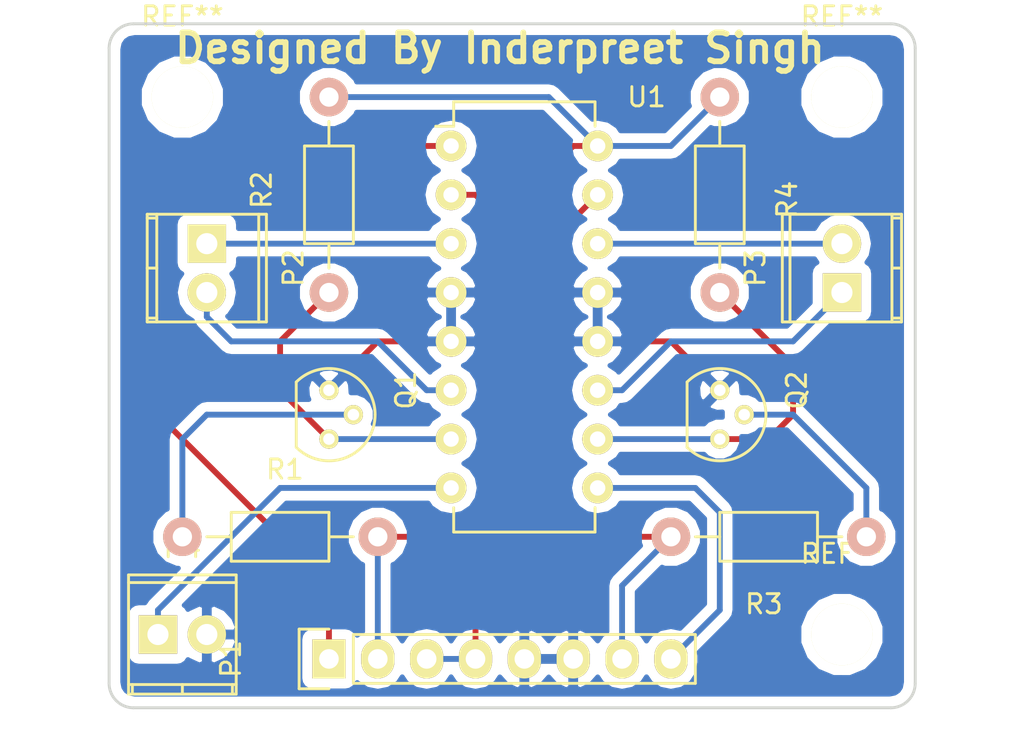
<source format=kicad_pcb>
(kicad_pcb (version 4) (host pcbnew 4.0.2-stable)

  (general
    (links 29)
    (no_connects 0)
    (area 121.844999 109.144999 163.905001 144.855001)
    (thickness 1.6)
    (drawings 9)
    (tracks 76)
    (zones 0)
    (modules 14)
    (nets 16)
  )

  (page A4)
  (layers
    (0 F.Cu signal)
    (31 B.Cu signal)
    (32 B.Adhes user)
    (33 F.Adhes user)
    (34 B.Paste user)
    (35 F.Paste user)
    (36 B.SilkS user)
    (37 F.SilkS user)
    (38 B.Mask user)
    (39 F.Mask user)
    (40 Dwgs.User user)
    (41 Cmts.User user)
    (42 Eco1.User user)
    (43 Eco2.User user)
    (44 Edge.Cuts user)
    (45 Margin user)
    (46 B.CrtYd user)
    (47 F.CrtYd user)
    (48 B.Fab user)
    (49 F.Fab user)
  )

  (setup
    (last_trace_width 0.3048)
    (trace_clearance 0.2)
    (zone_clearance 0.508)
    (zone_45_only no)
    (trace_min 0.2)
    (segment_width 0.2)
    (edge_width 0.15)
    (via_size 0.6)
    (via_drill 0.4)
    (via_min_size 0.4)
    (via_min_drill 0.3)
    (uvia_size 0.3)
    (uvia_drill 0.1)
    (uvias_allowed no)
    (uvia_min_size 0.2)
    (uvia_min_drill 0.1)
    (pcb_text_width 0.3)
    (pcb_text_size 1.5 1.5)
    (mod_edge_width 0.15)
    (mod_text_size 1 1)
    (mod_text_width 0.15)
    (pad_size 1.524 1.524)
    (pad_drill 0.762)
    (pad_to_mask_clearance 0.2)
    (aux_axis_origin 0 0)
    (visible_elements FFFFFF7F)
    (pcbplotparams
      (layerselection 0x00030_80000001)
      (usegerberextensions false)
      (excludeedgelayer true)
      (linewidth 0.100000)
      (plotframeref false)
      (viasonmask false)
      (mode 1)
      (useauxorigin false)
      (hpglpennumber 1)
      (hpglpenspeed 20)
      (hpglpendiameter 15)
      (hpglpenoverlay 2)
      (psnegative false)
      (psa4output false)
      (plotreference true)
      (plotvalue true)
      (plotinvisibletext false)
      (padsonsilk false)
      (subtractmaskfromsilk false)
      (outputformat 1)
      (mirror false)
      (drillshape 1)
      (scaleselection 1)
      (outputdirectory ""))
  )

  (net 0 "")
  (net 1 /E1)
  (net 2 /D1)
  (net 3 VCC)
  (net 4 GND)
  (net 5 /D2)
  (net 6 /E2)
  (net 7 "Net-(Q1-Pad2)")
  (net 8 /D1/)
  (net 9 "Net-(Q2-Pad2)")
  (net 10 /D2/)
  (net 11 /O1)
  (net 12 /O2)
  (net 13 VDD)
  (net 14 /O3)
  (net 15 /O4)

  (net_class Default "This is the default net class."
    (clearance 0.2)
    (trace_width 0.3048)
    (via_dia 0.6)
    (via_drill 0.4)
    (uvia_dia 0.3)
    (uvia_drill 0.1)
    (add_net /D1)
    (add_net /D1/)
    (add_net /D2)
    (add_net /D2/)
    (add_net /E1)
    (add_net /E2)
    (add_net /O1)
    (add_net /O2)
    (add_net /O3)
    (add_net /O4)
    (add_net GND)
    (add_net "Net-(Q1-Pad2)")
    (add_net "Net-(Q2-Pad2)")
    (add_net VCC)
    (add_net VDD)
  )

  (module Housings_DIP:DIP-16_W7.62mm (layer F.Cu) (tedit 5795C929) (tstamp 5795BDE9)
    (at 139.7 115.57)
    (descr "16-lead dip package, row spacing 7.62 mm (300 mils)")
    (tags "dil dip 2.54 300")
    (path /5795BCCD)
    (fp_text reference U1 (at 10.16 -2.54) (layer F.SilkS)
      (effects (font (size 1 1) (thickness 0.15)))
    )
    (fp_text value L293D (at 0 -3.72) (layer F.Fab)
      (effects (font (size 1 1) (thickness 0.15)))
    )
    (fp_line (start -1.05 -2.45) (end -1.05 20.25) (layer F.CrtYd) (width 0.05))
    (fp_line (start 8.65 -2.45) (end 8.65 20.25) (layer F.CrtYd) (width 0.05))
    (fp_line (start -1.05 -2.45) (end 8.65 -2.45) (layer F.CrtYd) (width 0.05))
    (fp_line (start -1.05 20.25) (end 8.65 20.25) (layer F.CrtYd) (width 0.05))
    (fp_line (start 0.135 -2.295) (end 0.135 -1.025) (layer F.SilkS) (width 0.15))
    (fp_line (start 7.485 -2.295) (end 7.485 -1.025) (layer F.SilkS) (width 0.15))
    (fp_line (start 7.485 20.075) (end 7.485 18.805) (layer F.SilkS) (width 0.15))
    (fp_line (start 0.135 20.075) (end 0.135 18.805) (layer F.SilkS) (width 0.15))
    (fp_line (start 0.135 -2.295) (end 7.485 -2.295) (layer F.SilkS) (width 0.15))
    (fp_line (start 0.135 20.075) (end 7.485 20.075) (layer F.SilkS) (width 0.15))
    (fp_line (start 0.135 -1.025) (end -0.8 -1.025) (layer F.SilkS) (width 0.15))
    (pad 1 thru_hole oval (at 0 0) (size 1.6 1.6) (drill 0.8) (layers *.Cu *.Mask F.SilkS)
      (net 1 /E1))
    (pad 2 thru_hole oval (at 0 2.54) (size 1.6 1.6) (drill 0.8) (layers *.Cu *.Mask F.SilkS)
      (net 2 /D1))
    (pad 3 thru_hole oval (at 0 5.08) (size 1.6 1.6) (drill 0.8) (layers *.Cu *.Mask F.SilkS)
      (net 11 /O1))
    (pad 4 thru_hole oval (at 0 7.62) (size 1.6 1.6) (drill 0.8) (layers *.Cu *.Mask F.SilkS)
      (net 4 GND))
    (pad 5 thru_hole oval (at 0 10.16) (size 1.6 1.6) (drill 0.8) (layers *.Cu *.Mask F.SilkS)
      (net 4 GND))
    (pad 6 thru_hole oval (at 0 12.7) (size 1.6 1.6) (drill 0.8) (layers *.Cu *.Mask F.SilkS)
      (net 12 /O2))
    (pad 7 thru_hole oval (at 0 15.24) (size 1.6 1.6) (drill 0.8) (layers *.Cu *.Mask F.SilkS)
      (net 8 /D1/))
    (pad 8 thru_hole oval (at 0 17.78) (size 1.6 1.6) (drill 0.8) (layers *.Cu *.Mask F.SilkS)
      (net 13 VDD))
    (pad 9 thru_hole oval (at 7.62 17.78) (size 1.6 1.6) (drill 0.8) (layers *.Cu *.Mask F.SilkS)
      (net 6 /E2))
    (pad 10 thru_hole oval (at 7.62 15.24) (size 1.6 1.6) (drill 0.8) (layers *.Cu *.Mask F.SilkS)
      (net 10 /D2/))
    (pad 11 thru_hole oval (at 7.62 12.7) (size 1.6 1.6) (drill 0.8) (layers *.Cu *.Mask F.SilkS)
      (net 14 /O3))
    (pad 12 thru_hole oval (at 7.62 10.16) (size 1.6 1.6) (drill 0.8) (layers *.Cu *.Mask F.SilkS)
      (net 4 GND))
    (pad 13 thru_hole oval (at 7.62 7.62) (size 1.6 1.6) (drill 0.8) (layers *.Cu *.Mask F.SilkS)
      (net 4 GND))
    (pad 14 thru_hole oval (at 7.62 5.08) (size 1.6 1.6) (drill 0.8) (layers *.Cu *.Mask F.SilkS)
      (net 15 /O4))
    (pad 15 thru_hole oval (at 7.62 2.54) (size 1.6 1.6) (drill 0.8) (layers *.Cu *.Mask F.SilkS)
      (net 5 /D2))
    (pad 16 thru_hole oval (at 7.62 0) (size 1.6 1.6) (drill 0.8) (layers *.Cu *.Mask F.SilkS)
      (net 3 VCC))
    (model Housings_DIP.3dshapes/DIP-16_W7.62mm.wrl
      (at (xyz 0 0 0))
      (scale (xyz 1 1 1))
      (rotate (xyz 0 0 0))
    )
  )

  (module Pin_Headers:Pin_Header_Straight_1x08 (layer F.Cu) (tedit 0) (tstamp 5795BDAF)
    (at 133.35 142.24 90)
    (descr "Through hole pin header")
    (tags "pin header")
    (path /5795DBF6)
    (fp_text reference P1 (at 0 -5.1 90) (layer F.SilkS)
      (effects (font (size 1 1) (thickness 0.15)))
    )
    (fp_text value CONN_01X08 (at 0 -3.1 90) (layer F.Fab)
      (effects (font (size 1 1) (thickness 0.15)))
    )
    (fp_line (start -1.75 -1.75) (end -1.75 19.55) (layer F.CrtYd) (width 0.05))
    (fp_line (start 1.75 -1.75) (end 1.75 19.55) (layer F.CrtYd) (width 0.05))
    (fp_line (start -1.75 -1.75) (end 1.75 -1.75) (layer F.CrtYd) (width 0.05))
    (fp_line (start -1.75 19.55) (end 1.75 19.55) (layer F.CrtYd) (width 0.05))
    (fp_line (start 1.27 1.27) (end 1.27 19.05) (layer F.SilkS) (width 0.15))
    (fp_line (start 1.27 19.05) (end -1.27 19.05) (layer F.SilkS) (width 0.15))
    (fp_line (start -1.27 19.05) (end -1.27 1.27) (layer F.SilkS) (width 0.15))
    (fp_line (start 1.55 -1.55) (end 1.55 0) (layer F.SilkS) (width 0.15))
    (fp_line (start 1.27 1.27) (end -1.27 1.27) (layer F.SilkS) (width 0.15))
    (fp_line (start -1.55 0) (end -1.55 -1.55) (layer F.SilkS) (width 0.15))
    (fp_line (start -1.55 -1.55) (end 1.55 -1.55) (layer F.SilkS) (width 0.15))
    (pad 1 thru_hole rect (at 0 0 90) (size 2.032 1.7272) (drill 1.016) (layers *.Cu *.Mask F.SilkS)
      (net 1 /E1))
    (pad 2 thru_hole oval (at 0 2.54 90) (size 2.032 1.7272) (drill 1.016) (layers *.Cu *.Mask F.SilkS)
      (net 2 /D1))
    (pad 3 thru_hole oval (at 0 5.08 90) (size 2.032 1.7272) (drill 1.016) (layers *.Cu *.Mask F.SilkS)
      (net 3 VCC))
    (pad 4 thru_hole oval (at 0 7.62 90) (size 2.032 1.7272) (drill 1.016) (layers *.Cu *.Mask F.SilkS)
      (net 3 VCC))
    (pad 5 thru_hole oval (at 0 10.16 90) (size 2.032 1.7272) (drill 1.016) (layers *.Cu *.Mask F.SilkS)
      (net 4 GND))
    (pad 6 thru_hole oval (at 0 12.7 90) (size 2.032 1.7272) (drill 1.016) (layers *.Cu *.Mask F.SilkS)
      (net 4 GND))
    (pad 7 thru_hole oval (at 0 15.24 90) (size 2.032 1.7272) (drill 1.016) (layers *.Cu *.Mask F.SilkS)
      (net 5 /D2))
    (pad 8 thru_hole oval (at 0 17.78 90) (size 2.032 1.7272) (drill 1.016) (layers *.Cu *.Mask F.SilkS)
      (net 6 /E2))
    (model Pin_Headers.3dshapes/Pin_Header_Straight_1x08.wrl
      (at (xyz 0 -0.35 0))
      (scale (xyz 1 1 1))
      (rotate (xyz 0 0 90))
    )
  )

  (module TO_SOT_Packages_THT:TO-92_Molded_Narrow (layer F.Cu) (tedit 54F242E1) (tstamp 5795BDB6)
    (at 133.35 128.27 270)
    (descr "TO-92 leads molded, narrow, drill 0.6mm (see NXP sot054_po.pdf)")
    (tags "to-92 sc-43 sc-43a sot54 PA33 transistor")
    (path /5795C22C)
    (fp_text reference Q1 (at 0 -4 270) (layer F.SilkS)
      (effects (font (size 1 1) (thickness 0.15)))
    )
    (fp_text value PN2222A (at 0 3 270) (layer F.Fab)
      (effects (font (size 1 1) (thickness 0.15)))
    )
    (fp_line (start -1.4 1.95) (end -1.4 -2.65) (layer F.CrtYd) (width 0.05))
    (fp_line (start -1.4 1.95) (end 3.9 1.95) (layer F.CrtYd) (width 0.05))
    (fp_line (start -0.43 1.7) (end 2.97 1.7) (layer F.SilkS) (width 0.15))
    (fp_arc (start 1.27 0) (end 1.27 -2.4) (angle -135) (layer F.SilkS) (width 0.15))
    (fp_arc (start 1.27 0) (end 1.27 -2.4) (angle 135) (layer F.SilkS) (width 0.15))
    (fp_line (start -1.4 -2.65) (end 3.9 -2.65) (layer F.CrtYd) (width 0.05))
    (fp_line (start 3.9 1.95) (end 3.9 -2.65) (layer F.CrtYd) (width 0.05))
    (pad 2 thru_hole circle (at 1.27 -1.27) (size 1.00076 1.00076) (drill 0.6) (layers *.Cu *.Mask F.SilkS)
      (net 7 "Net-(Q1-Pad2)"))
    (pad 3 thru_hole circle (at 2.54 0) (size 1.00076 1.00076) (drill 0.6) (layers *.Cu *.Mask F.SilkS)
      (net 8 /D1/))
    (pad 1 thru_hole circle (at 0 0) (size 1.00076 1.00076) (drill 0.6) (layers *.Cu *.Mask F.SilkS)
      (net 4 GND))
    (model TO_SOT_Packages_THT.3dshapes/TO-92_Molded_Narrow.wrl
      (at (xyz 0.05 0 0))
      (scale (xyz 1 1 1))
      (rotate (xyz 0 0 -90))
    )
  )

  (module TO_SOT_Packages_THT:TO-92_Molded_Narrow (layer F.Cu) (tedit 54F242E1) (tstamp 5795BDBD)
    (at 153.67 128.27 270)
    (descr "TO-92 leads molded, narrow, drill 0.6mm (see NXP sot054_po.pdf)")
    (tags "to-92 sc-43 sc-43a sot54 PA33 transistor")
    (path /5795C325)
    (fp_text reference Q2 (at 0 -4 270) (layer F.SilkS)
      (effects (font (size 1 1) (thickness 0.15)))
    )
    (fp_text value PN2222A (at 0 3 270) (layer F.Fab)
      (effects (font (size 1 1) (thickness 0.15)))
    )
    (fp_line (start -1.4 1.95) (end -1.4 -2.65) (layer F.CrtYd) (width 0.05))
    (fp_line (start -1.4 1.95) (end 3.9 1.95) (layer F.CrtYd) (width 0.05))
    (fp_line (start -0.43 1.7) (end 2.97 1.7) (layer F.SilkS) (width 0.15))
    (fp_arc (start 1.27 0) (end 1.27 -2.4) (angle -135) (layer F.SilkS) (width 0.15))
    (fp_arc (start 1.27 0) (end 1.27 -2.4) (angle 135) (layer F.SilkS) (width 0.15))
    (fp_line (start -1.4 -2.65) (end 3.9 -2.65) (layer F.CrtYd) (width 0.05))
    (fp_line (start 3.9 1.95) (end 3.9 -2.65) (layer F.CrtYd) (width 0.05))
    (pad 2 thru_hole circle (at 1.27 -1.27) (size 1.00076 1.00076) (drill 0.6) (layers *.Cu *.Mask F.SilkS)
      (net 9 "Net-(Q2-Pad2)"))
    (pad 3 thru_hole circle (at 2.54 0) (size 1.00076 1.00076) (drill 0.6) (layers *.Cu *.Mask F.SilkS)
      (net 10 /D2/))
    (pad 1 thru_hole circle (at 0 0) (size 1.00076 1.00076) (drill 0.6) (layers *.Cu *.Mask F.SilkS)
      (net 4 GND))
    (model TO_SOT_Packages_THT.3dshapes/TO-92_Molded_Narrow.wrl
      (at (xyz 0.05 0 0))
      (scale (xyz 1 1 1))
      (rotate (xyz 0 0 -90))
    )
  )

  (module Resistors_ThroughHole:Resistor_Horizontal_RM10mm (layer F.Cu) (tedit 56648415) (tstamp 5795BDC3)
    (at 125.73 135.89)
    (descr "Resistor, Axial,  RM 10mm, 1/3W")
    (tags "Resistor Axial RM 10mm 1/3W")
    (path /5795C36F)
    (fp_text reference R1 (at 5.32892 -3.50012) (layer F.SilkS)
      (effects (font (size 1 1) (thickness 0.15)))
    )
    (fp_text value 1K (at 5.08 3.81) (layer F.Fab)
      (effects (font (size 1 1) (thickness 0.15)))
    )
    (fp_line (start -1.25 -1.5) (end 11.4 -1.5) (layer F.CrtYd) (width 0.05))
    (fp_line (start -1.25 1.5) (end -1.25 -1.5) (layer F.CrtYd) (width 0.05))
    (fp_line (start 11.4 -1.5) (end 11.4 1.5) (layer F.CrtYd) (width 0.05))
    (fp_line (start -1.25 1.5) (end 11.4 1.5) (layer F.CrtYd) (width 0.05))
    (fp_line (start 2.54 -1.27) (end 7.62 -1.27) (layer F.SilkS) (width 0.15))
    (fp_line (start 7.62 -1.27) (end 7.62 1.27) (layer F.SilkS) (width 0.15))
    (fp_line (start 7.62 1.27) (end 2.54 1.27) (layer F.SilkS) (width 0.15))
    (fp_line (start 2.54 1.27) (end 2.54 -1.27) (layer F.SilkS) (width 0.15))
    (fp_line (start 2.54 0) (end 1.27 0) (layer F.SilkS) (width 0.15))
    (fp_line (start 7.62 0) (end 8.89 0) (layer F.SilkS) (width 0.15))
    (pad 1 thru_hole circle (at 0 0) (size 1.99898 1.99898) (drill 1.00076) (layers *.Cu *.SilkS *.Mask)
      (net 7 "Net-(Q1-Pad2)"))
    (pad 2 thru_hole circle (at 10.16 0) (size 1.99898 1.99898) (drill 1.00076) (layers *.Cu *.SilkS *.Mask)
      (net 2 /D1))
    (model Resistors_ThroughHole.3dshapes/Resistor_Horizontal_RM10mm.wrl
      (at (xyz 0.2 0 0))
      (scale (xyz 0.4 0.4 0.4))
      (rotate (xyz 0 0 0))
    )
  )

  (module Resistors_ThroughHole:Resistor_Horizontal_RM10mm (layer F.Cu) (tedit 56648415) (tstamp 5795BDC9)
    (at 133.35 123.19 90)
    (descr "Resistor, Axial,  RM 10mm, 1/3W")
    (tags "Resistor Axial RM 10mm 1/3W")
    (path /5795C62E)
    (fp_text reference R2 (at 5.32892 -3.50012 90) (layer F.SilkS)
      (effects (font (size 1 1) (thickness 0.15)))
    )
    (fp_text value 10K (at 5.08 3.81 90) (layer F.Fab)
      (effects (font (size 1 1) (thickness 0.15)))
    )
    (fp_line (start -1.25 -1.5) (end 11.4 -1.5) (layer F.CrtYd) (width 0.05))
    (fp_line (start -1.25 1.5) (end -1.25 -1.5) (layer F.CrtYd) (width 0.05))
    (fp_line (start 11.4 -1.5) (end 11.4 1.5) (layer F.CrtYd) (width 0.05))
    (fp_line (start -1.25 1.5) (end 11.4 1.5) (layer F.CrtYd) (width 0.05))
    (fp_line (start 2.54 -1.27) (end 7.62 -1.27) (layer F.SilkS) (width 0.15))
    (fp_line (start 7.62 -1.27) (end 7.62 1.27) (layer F.SilkS) (width 0.15))
    (fp_line (start 7.62 1.27) (end 2.54 1.27) (layer F.SilkS) (width 0.15))
    (fp_line (start 2.54 1.27) (end 2.54 -1.27) (layer F.SilkS) (width 0.15))
    (fp_line (start 2.54 0) (end 1.27 0) (layer F.SilkS) (width 0.15))
    (fp_line (start 7.62 0) (end 8.89 0) (layer F.SilkS) (width 0.15))
    (pad 1 thru_hole circle (at 0 0 90) (size 1.99898 1.99898) (drill 1.00076) (layers *.Cu *.SilkS *.Mask)
      (net 8 /D1/))
    (pad 2 thru_hole circle (at 10.16 0 90) (size 1.99898 1.99898) (drill 1.00076) (layers *.Cu *.SilkS *.Mask)
      (net 3 VCC))
    (model Resistors_ThroughHole.3dshapes/Resistor_Horizontal_RM10mm.wrl
      (at (xyz 0.2 0 0))
      (scale (xyz 0.4 0.4 0.4))
      (rotate (xyz 0 0 0))
    )
  )

  (module Resistors_ThroughHole:Resistor_Horizontal_RM10mm (layer F.Cu) (tedit 56648415) (tstamp 5795BDCF)
    (at 161.29 135.89 180)
    (descr "Resistor, Axial,  RM 10mm, 1/3W")
    (tags "Resistor Axial RM 10mm 1/3W")
    (path /5795C4D2)
    (fp_text reference R3 (at 5.32892 -3.50012 180) (layer F.SilkS)
      (effects (font (size 1 1) (thickness 0.15)))
    )
    (fp_text value 1K (at 5.08 3.81 180) (layer F.Fab)
      (effects (font (size 1 1) (thickness 0.15)))
    )
    (fp_line (start -1.25 -1.5) (end 11.4 -1.5) (layer F.CrtYd) (width 0.05))
    (fp_line (start -1.25 1.5) (end -1.25 -1.5) (layer F.CrtYd) (width 0.05))
    (fp_line (start 11.4 -1.5) (end 11.4 1.5) (layer F.CrtYd) (width 0.05))
    (fp_line (start -1.25 1.5) (end 11.4 1.5) (layer F.CrtYd) (width 0.05))
    (fp_line (start 2.54 -1.27) (end 7.62 -1.27) (layer F.SilkS) (width 0.15))
    (fp_line (start 7.62 -1.27) (end 7.62 1.27) (layer F.SilkS) (width 0.15))
    (fp_line (start 7.62 1.27) (end 2.54 1.27) (layer F.SilkS) (width 0.15))
    (fp_line (start 2.54 1.27) (end 2.54 -1.27) (layer F.SilkS) (width 0.15))
    (fp_line (start 2.54 0) (end 1.27 0) (layer F.SilkS) (width 0.15))
    (fp_line (start 7.62 0) (end 8.89 0) (layer F.SilkS) (width 0.15))
    (pad 1 thru_hole circle (at 0 0 180) (size 1.99898 1.99898) (drill 1.00076) (layers *.Cu *.SilkS *.Mask)
      (net 9 "Net-(Q2-Pad2)"))
    (pad 2 thru_hole circle (at 10.16 0 180) (size 1.99898 1.99898) (drill 1.00076) (layers *.Cu *.SilkS *.Mask)
      (net 5 /D2))
    (model Resistors_ThroughHole.3dshapes/Resistor_Horizontal_RM10mm.wrl
      (at (xyz 0.2 0 0))
      (scale (xyz 0.4 0.4 0.4))
      (rotate (xyz 0 0 0))
    )
  )

  (module Resistors_ThroughHole:Resistor_Horizontal_RM10mm (layer F.Cu) (tedit 56648415) (tstamp 5795BDD5)
    (at 153.67 113.03 270)
    (descr "Resistor, Axial,  RM 10mm, 1/3W")
    (tags "Resistor Axial RM 10mm 1/3W")
    (path /5795C691)
    (fp_text reference R4 (at 5.32892 -3.50012 270) (layer F.SilkS)
      (effects (font (size 1 1) (thickness 0.15)))
    )
    (fp_text value 10K (at 5.08 3.81 270) (layer F.Fab)
      (effects (font (size 1 1) (thickness 0.15)))
    )
    (fp_line (start -1.25 -1.5) (end 11.4 -1.5) (layer F.CrtYd) (width 0.05))
    (fp_line (start -1.25 1.5) (end -1.25 -1.5) (layer F.CrtYd) (width 0.05))
    (fp_line (start 11.4 -1.5) (end 11.4 1.5) (layer F.CrtYd) (width 0.05))
    (fp_line (start -1.25 1.5) (end 11.4 1.5) (layer F.CrtYd) (width 0.05))
    (fp_line (start 2.54 -1.27) (end 7.62 -1.27) (layer F.SilkS) (width 0.15))
    (fp_line (start 7.62 -1.27) (end 7.62 1.27) (layer F.SilkS) (width 0.15))
    (fp_line (start 7.62 1.27) (end 2.54 1.27) (layer F.SilkS) (width 0.15))
    (fp_line (start 2.54 1.27) (end 2.54 -1.27) (layer F.SilkS) (width 0.15))
    (fp_line (start 2.54 0) (end 1.27 0) (layer F.SilkS) (width 0.15))
    (fp_line (start 7.62 0) (end 8.89 0) (layer F.SilkS) (width 0.15))
    (pad 1 thru_hole circle (at 0 0 270) (size 1.99898 1.99898) (drill 1.00076) (layers *.Cu *.SilkS *.Mask)
      (net 3 VCC))
    (pad 2 thru_hole circle (at 10.16 0 270) (size 1.99898 1.99898) (drill 1.00076) (layers *.Cu *.SilkS *.Mask)
      (net 10 /D2/))
    (model Resistors_ThroughHole.3dshapes/Resistor_Horizontal_RM10mm.wrl
      (at (xyz 0.2 0 0))
      (scale (xyz 0.4 0.4 0.4))
      (rotate (xyz 0 0 0))
    )
  )

  (module Terminal_Blocks:TerminalBlock_Pheonix_MPT-2.54mm_2pol (layer F.Cu) (tedit 0) (tstamp 5795C097)
    (at 127 120.65 270)
    (descr "2-way 2.54mm pitch terminal block, Phoenix MPT series")
    (path /5795EA73)
    (fp_text reference P2 (at 1.27 -4.50088 270) (layer F.SilkS)
      (effects (font (size 1 1) (thickness 0.15)))
    )
    (fp_text value CONN_01X02 (at 1.27 4.50088 270) (layer F.Fab)
      (effects (font (size 1 1) (thickness 0.15)))
    )
    (fp_line (start -1.7 -3.3) (end 4.3 -3.3) (layer F.CrtYd) (width 0.05))
    (fp_line (start -1.7 3.3) (end -1.7 -3.3) (layer F.CrtYd) (width 0.05))
    (fp_line (start 4.3 3.3) (end -1.7 3.3) (layer F.CrtYd) (width 0.05))
    (fp_line (start 4.3 -3.3) (end 4.3 3.3) (layer F.CrtYd) (width 0.05))
    (fp_line (start 4.06908 2.60096) (end -1.52908 2.60096) (layer F.SilkS) (width 0.15))
    (fp_line (start -1.33096 3.0988) (end -1.33096 2.60096) (layer F.SilkS) (width 0.15))
    (fp_line (start 3.87096 2.60096) (end 3.87096 3.0988) (layer F.SilkS) (width 0.15))
    (fp_line (start 1.27 3.0988) (end 1.27 2.60096) (layer F.SilkS) (width 0.15))
    (fp_line (start -1.52908 -2.70002) (end 4.06908 -2.70002) (layer F.SilkS) (width 0.15))
    (fp_line (start -1.52908 3.0988) (end 4.06908 3.0988) (layer F.SilkS) (width 0.15))
    (fp_line (start 4.06908 3.0988) (end 4.06908 -3.0988) (layer F.SilkS) (width 0.15))
    (fp_line (start 4.06908 -3.0988) (end -1.52908 -3.0988) (layer F.SilkS) (width 0.15))
    (fp_line (start -1.52908 -3.0988) (end -1.52908 3.0988) (layer F.SilkS) (width 0.15))
    (pad 2 thru_hole oval (at 2.54 0 270) (size 1.99898 1.99898) (drill 1.09728) (layers *.Cu *.Mask F.SilkS)
      (net 12 /O2))
    (pad 1 thru_hole rect (at 0 0 270) (size 1.99898 1.99898) (drill 1.09728) (layers *.Cu *.Mask F.SilkS)
      (net 11 /O1))
    (model Terminal_Blocks.3dshapes/TerminalBlock_Pheonix_MPT-2.54mm_2pol.wrl
      (at (xyz 0.05 0 0))
      (scale (xyz 1 1 1))
      (rotate (xyz 0 0 0))
    )
  )

  (module Terminal_Blocks:TerminalBlock_Pheonix_MPT-2.54mm_2pol (layer F.Cu) (tedit 0) (tstamp 5795C09D)
    (at 160.02 123.19 90)
    (descr "2-way 2.54mm pitch terminal block, Phoenix MPT series")
    (path /5795EBD3)
    (fp_text reference P3 (at 1.27 -4.50088 90) (layer F.SilkS)
      (effects (font (size 1 1) (thickness 0.15)))
    )
    (fp_text value CONN_01X02 (at 1.27 4.50088 90) (layer F.Fab)
      (effects (font (size 1 1) (thickness 0.15)))
    )
    (fp_line (start -1.7 -3.3) (end 4.3 -3.3) (layer F.CrtYd) (width 0.05))
    (fp_line (start -1.7 3.3) (end -1.7 -3.3) (layer F.CrtYd) (width 0.05))
    (fp_line (start 4.3 3.3) (end -1.7 3.3) (layer F.CrtYd) (width 0.05))
    (fp_line (start 4.3 -3.3) (end 4.3 3.3) (layer F.CrtYd) (width 0.05))
    (fp_line (start 4.06908 2.60096) (end -1.52908 2.60096) (layer F.SilkS) (width 0.15))
    (fp_line (start -1.33096 3.0988) (end -1.33096 2.60096) (layer F.SilkS) (width 0.15))
    (fp_line (start 3.87096 2.60096) (end 3.87096 3.0988) (layer F.SilkS) (width 0.15))
    (fp_line (start 1.27 3.0988) (end 1.27 2.60096) (layer F.SilkS) (width 0.15))
    (fp_line (start -1.52908 -2.70002) (end 4.06908 -2.70002) (layer F.SilkS) (width 0.15))
    (fp_line (start -1.52908 3.0988) (end 4.06908 3.0988) (layer F.SilkS) (width 0.15))
    (fp_line (start 4.06908 3.0988) (end 4.06908 -3.0988) (layer F.SilkS) (width 0.15))
    (fp_line (start 4.06908 -3.0988) (end -1.52908 -3.0988) (layer F.SilkS) (width 0.15))
    (fp_line (start -1.52908 -3.0988) (end -1.52908 3.0988) (layer F.SilkS) (width 0.15))
    (pad 2 thru_hole oval (at 2.54 0 90) (size 1.99898 1.99898) (drill 1.09728) (layers *.Cu *.Mask F.SilkS)
      (net 15 /O4))
    (pad 1 thru_hole rect (at 0 0 90) (size 1.99898 1.99898) (drill 1.09728) (layers *.Cu *.Mask F.SilkS)
      (net 14 /O3))
    (model Terminal_Blocks.3dshapes/TerminalBlock_Pheonix_MPT-2.54mm_2pol.wrl
      (at (xyz 0.05 0 0))
      (scale (xyz 1 1 1))
      (rotate (xyz 0 0 0))
    )
  )

  (module Mounting_Holes:MountingHole_3.2mm_M3 (layer F.Cu) (tedit 56D1B4CB) (tstamp 5795C3D7)
    (at 125.73 113.03)
    (descr "Mounting Hole 3.2mm, no annular, M3")
    (tags "mounting hole 3.2mm no annular m3")
    (fp_text reference REF** (at 0 -4.2) (layer F.SilkS)
      (effects (font (size 1 1) (thickness 0.15)))
    )
    (fp_text value MountingHole_3.2mm_M3 (at 0 4.2) (layer F.Fab)
      (effects (font (size 1 1) (thickness 0.15)))
    )
    (fp_circle (center 0 0) (end 3.2 0) (layer Cmts.User) (width 0.15))
    (fp_circle (center 0 0) (end 3.45 0) (layer F.CrtYd) (width 0.05))
    (pad 1 np_thru_hole circle (at 0 0) (size 3.2 3.2) (drill 3.2) (layers *.Cu *.Mask F.SilkS))
  )

  (module Mounting_Holes:MountingHole_3.2mm_M3 (layer F.Cu) (tedit 56D1B4CB) (tstamp 5795C3E2)
    (at 160.02 113.03)
    (descr "Mounting Hole 3.2mm, no annular, M3")
    (tags "mounting hole 3.2mm no annular m3")
    (fp_text reference REF** (at 0 -4.2) (layer F.SilkS)
      (effects (font (size 1 1) (thickness 0.15)))
    )
    (fp_text value MountingHole_3.2mm_M3 (at 0 4.2) (layer F.Fab)
      (effects (font (size 1 1) (thickness 0.15)))
    )
    (fp_circle (center 0 0) (end 3.2 0) (layer Cmts.User) (width 0.15))
    (fp_circle (center 0 0) (end 3.45 0) (layer F.CrtYd) (width 0.05))
    (pad 1 np_thru_hole circle (at 0 0) (size 3.2 3.2) (drill 3.2) (layers *.Cu *.Mask F.SilkS))
  )

  (module Mounting_Holes:MountingHole_3.2mm_M3 (layer F.Cu) (tedit 56D1B4CB) (tstamp 5795C3EA)
    (at 160.02 140.97)
    (descr "Mounting Hole 3.2mm, no annular, M3")
    (tags "mounting hole 3.2mm no annular m3")
    (fp_text reference REF** (at 0 -4.2) (layer F.SilkS)
      (effects (font (size 1 1) (thickness 0.15)))
    )
    (fp_text value MountingHole_3.2mm_M3 (at 0 4.2) (layer F.Fab)
      (effects (font (size 1 1) (thickness 0.15)))
    )
    (fp_circle (center 0 0) (end 3.2 0) (layer Cmts.User) (width 0.15))
    (fp_circle (center 0 0) (end 3.45 0) (layer F.CrtYd) (width 0.05))
    (pad 1 np_thru_hole circle (at 0 0) (size 3.2 3.2) (drill 3.2) (layers *.Cu *.Mask F.SilkS))
  )

  (module Terminal_Blocks:TerminalBlock_Pheonix_MPT-2.54mm_2pol (layer F.Cu) (tedit 0) (tstamp 5795C715)
    (at 124.46 140.97)
    (descr "2-way 2.54mm pitch terminal block, Phoenix MPT series")
    (path /5795F460)
    (fp_text reference P4 (at 1.27 -4.50088) (layer F.SilkS)
      (effects (font (size 1 1) (thickness 0.15)))
    )
    (fp_text value CONN_01X02 (at 1.27 4.50088) (layer F.Fab)
      (effects (font (size 1 1) (thickness 0.15)))
    )
    (fp_line (start -1.7 -3.3) (end 4.3 -3.3) (layer F.CrtYd) (width 0.05))
    (fp_line (start -1.7 3.3) (end -1.7 -3.3) (layer F.CrtYd) (width 0.05))
    (fp_line (start 4.3 3.3) (end -1.7 3.3) (layer F.CrtYd) (width 0.05))
    (fp_line (start 4.3 -3.3) (end 4.3 3.3) (layer F.CrtYd) (width 0.05))
    (fp_line (start 4.06908 2.60096) (end -1.52908 2.60096) (layer F.SilkS) (width 0.15))
    (fp_line (start -1.33096 3.0988) (end -1.33096 2.60096) (layer F.SilkS) (width 0.15))
    (fp_line (start 3.87096 2.60096) (end 3.87096 3.0988) (layer F.SilkS) (width 0.15))
    (fp_line (start 1.27 3.0988) (end 1.27 2.60096) (layer F.SilkS) (width 0.15))
    (fp_line (start -1.52908 -2.70002) (end 4.06908 -2.70002) (layer F.SilkS) (width 0.15))
    (fp_line (start -1.52908 3.0988) (end 4.06908 3.0988) (layer F.SilkS) (width 0.15))
    (fp_line (start 4.06908 3.0988) (end 4.06908 -3.0988) (layer F.SilkS) (width 0.15))
    (fp_line (start 4.06908 -3.0988) (end -1.52908 -3.0988) (layer F.SilkS) (width 0.15))
    (fp_line (start -1.52908 -3.0988) (end -1.52908 3.0988) (layer F.SilkS) (width 0.15))
    (pad 2 thru_hole oval (at 2.54 0) (size 1.99898 1.99898) (drill 1.09728) (layers *.Cu *.Mask F.SilkS)
      (net 4 GND))
    (pad 1 thru_hole rect (at 0 0) (size 1.99898 1.99898) (drill 1.09728) (layers *.Cu *.Mask F.SilkS)
      (net 13 VDD))
    (model Terminal_Blocks.3dshapes/TerminalBlock_Pheonix_MPT-2.54mm_2pol.wrl
      (at (xyz 0.05 0 0))
      (scale (xyz 1 1 1))
      (rotate (xyz 0 0 0))
    )
  )

  (gr_text "Designed By Inderpreet Singh" (at 142.24 110.49) (layer F.SilkS)
    (effects (font (size 1.5 1.5) (thickness 0.3)))
  )
  (gr_line (start 162.56 144.78) (end 123.19 144.78) (angle 90) (layer Edge.Cuts) (width 0.15))
  (gr_line (start 163.83 110.49) (end 163.83 143.51) (angle 90) (layer Edge.Cuts) (width 0.15))
  (gr_line (start 123.19 109.22) (end 162.56 109.22) (angle 90) (layer Edge.Cuts) (width 0.15))
  (gr_line (start 121.92 143.51) (end 121.92 110.49) (angle 90) (layer Edge.Cuts) (width 0.15))
  (gr_arc (start 123.19 143.51) (end 123.19 144.78) (angle 90) (layer Edge.Cuts) (width 0.15))
  (gr_arc (start 123.19 110.49) (end 121.92 110.49) (angle 90) (layer Edge.Cuts) (width 0.15))
  (gr_arc (start 162.56 110.49) (end 162.56 109.22) (angle 90) (layer Edge.Cuts) (width 0.15))
  (gr_arc (start 162.56 143.51) (end 163.83 143.51) (angle 90) (layer Edge.Cuts) (width 0.15))

  (segment (start 133.35 138.43) (end 133.35 142.24) (width 0.3048) (layer F.Cu) (net 1) (tstamp 5795C765))
  (segment (start 124.46 129.54) (end 133.35 138.43) (width 0.3048) (layer F.Cu) (net 1) (tstamp 5795C763))
  (segment (start 124.46 119.38) (end 124.46 129.54) (width 0.3048) (layer F.Cu) (net 1) (tstamp 5795C761))
  (segment (start 125.73 118.11) (end 124.46 119.38) (width 0.3048) (layer F.Cu) (net 1) (tstamp 5795C75F))
  (segment (start 127 118.11) (end 125.73 118.11) (width 0.3048) (layer F.Cu) (net 1) (tstamp 5795C75D))
  (segment (start 129.54 115.57) (end 127 118.11) (width 0.3048) (layer F.Cu) (net 1) (tstamp 5795C759))
  (segment (start 139.7 115.57) (end 129.54 115.57) (width 0.3048) (layer F.Cu) (net 1))
  (segment (start 139.7 118.11) (end 140.97 118.11) (width 0.3048) (layer F.Cu) (net 2))
  (segment (start 140.97 135.89) (end 135.89 135.89) (width 0.3048) (layer F.Cu) (net 2) (tstamp 5795C4D7))
  (segment (start 142.24 134.62) (end 140.97 135.89) (width 0.3048) (layer F.Cu) (net 2) (tstamp 5795C4D5))
  (segment (start 142.24 119.38) (end 142.24 134.62) (width 0.3048) (layer F.Cu) (net 2) (tstamp 5795C4CE))
  (segment (start 140.97 118.11) (end 142.24 119.38) (width 0.3048) (layer F.Cu) (net 2) (tstamp 5795C4CC))
  (segment (start 135.89 135.89) (end 135.89 142.24) (width 0.3048) (layer B.Cu) (net 2))
  (segment (start 140.97 142.24) (end 140.97 138.43) (width 0.3048) (layer F.Cu) (net 3))
  (segment (start 146.05 115.57) (end 143.51 118.11) (width 0.3048) (layer F.Cu) (net 3) (tstamp 5795C4DB))
  (segment (start 143.51 118.11) (end 143.51 135.89) (width 0.3048) (layer F.Cu) (net 3) (tstamp 5795C4DD))
  (segment (start 143.51 135.89) (end 140.97 138.43) (width 0.3048) (layer F.Cu) (net 3) (tstamp 5795C4E1))
  (segment (start 146.05 115.57) (end 147.32 115.57) (width 0.3048) (layer F.Cu) (net 3))
  (segment (start 133.35 113.03) (end 144.78 113.03) (width 0.3048) (layer B.Cu) (net 3))
  (segment (start 144.78 113.03) (end 147.32 115.57) (width 0.3048) (layer B.Cu) (net 3) (tstamp 5795C2FC))
  (segment (start 147.32 115.57) (end 151.13 115.57) (width 0.3048) (layer B.Cu) (net 3))
  (segment (start 151.13 115.57) (end 153.67 113.03) (width 0.3048) (layer B.Cu) (net 3) (tstamp 5795C2F7))
  (segment (start 138.43 142.24) (end 140.97 142.24) (width 0.3048) (layer B.Cu) (net 3))
  (segment (start 146.05 142.24) (end 146.05 137.16) (width 0.3048) (layer B.Cu) (net 4))
  (segment (start 144.78 125.73) (end 147.32 125.73) (width 0.3048) (layer B.Cu) (net 4) (tstamp 5795C51B))
  (segment (start 143.51 127) (end 144.78 125.73) (width 0.3048) (layer B.Cu) (net 4) (tstamp 5795C519))
  (segment (start 143.51 134.62) (end 143.51 127) (width 0.3048) (layer B.Cu) (net 4) (tstamp 5795C516))
  (segment (start 146.05 137.16) (end 143.51 134.62) (width 0.3048) (layer B.Cu) (net 4) (tstamp 5795C512))
  (segment (start 147.32 125.73) (end 151.13 125.73) (width 0.3048) (layer F.Cu) (net 4))
  (segment (start 151.13 125.73) (end 153.67 128.27) (width 0.3048) (layer F.Cu) (net 4) (tstamp 5795C4B3))
  (segment (start 139.7 125.73) (end 135.89 125.73) (width 0.3048) (layer F.Cu) (net 4))
  (segment (start 135.89 125.73) (end 133.35 128.27) (width 0.3048) (layer F.Cu) (net 4) (tstamp 5795C4AF))
  (segment (start 143.51 142.24) (end 146.05 142.24) (width 0.3048) (layer B.Cu) (net 4))
  (segment (start 147.32 125.73) (end 139.7 125.73) (width 0.3048) (layer B.Cu) (net 4))
  (segment (start 139.7 125.73) (end 139.7 123.19) (width 0.3048) (layer B.Cu) (net 4) (tstamp 5795C192))
  (segment (start 139.7 123.19) (end 147.32 123.19) (width 0.3048) (layer B.Cu) (net 4) (tstamp 5795C195))
  (segment (start 147.32 123.19) (end 147.32 125.73) (width 0.3048) (layer B.Cu) (net 4) (tstamp 5795C196))
  (segment (start 151.13 135.89) (end 146.05 135.89) (width 0.3048) (layer F.Cu) (net 5))
  (segment (start 144.78 120.65) (end 147.32 118.11) (width 0.3048) (layer F.Cu) (net 5) (tstamp 5795C4C0))
  (segment (start 144.78 134.62) (end 144.78 120.65) (width 0.3048) (layer F.Cu) (net 5) (tstamp 5795C4BE))
  (segment (start 146.05 135.89) (end 144.78 134.62) (width 0.3048) (layer F.Cu) (net 5) (tstamp 5795C4B8))
  (segment (start 151.13 135.89) (end 148.59 138.43) (width 0.3048) (layer B.Cu) (net 5))
  (segment (start 148.59 138.43) (end 148.59 142.24) (width 0.3048) (layer B.Cu) (net 5) (tstamp 5795C246))
  (segment (start 147.32 133.35) (end 152.4 133.35) (width 0.3048) (layer B.Cu) (net 6))
  (segment (start 153.67 139.7) (end 151.13 142.24) (width 0.3048) (layer B.Cu) (net 6) (tstamp 5795C25B))
  (segment (start 153.67 134.62) (end 153.67 139.7) (width 0.3048) (layer B.Cu) (net 6) (tstamp 5795C259))
  (segment (start 152.4 133.35) (end 153.67 134.62) (width 0.3048) (layer B.Cu) (net 6) (tstamp 5795C255))
  (segment (start 125.73 135.89) (end 125.73 130.81) (width 0.3048) (layer B.Cu) (net 7))
  (segment (start 127 129.54) (end 134.62 129.54) (width 0.3048) (layer B.Cu) (net 7) (tstamp 5795C26E))
  (segment (start 125.73 130.81) (end 127 129.54) (width 0.3048) (layer B.Cu) (net 7) (tstamp 5795C269))
  (segment (start 133.35 123.19) (end 130.81 125.73) (width 0.3048) (layer F.Cu) (net 8))
  (segment (start 130.81 128.27) (end 133.35 130.81) (width 0.3048) (layer F.Cu) (net 8) (tstamp 5795C5D8))
  (segment (start 130.81 125.73) (end 130.81 128.27) (width 0.3048) (layer F.Cu) (net 8) (tstamp 5795C5D3))
  (segment (start 139.7 130.81) (end 133.35 130.81) (width 0.3048) (layer B.Cu) (net 8))
  (segment (start 154.94 129.54) (end 157.48 129.54) (width 0.3048) (layer B.Cu) (net 9))
  (segment (start 161.29 133.35) (end 161.29 135.89) (width 0.3048) (layer B.Cu) (net 9) (tstamp 5795C242))
  (segment (start 157.48 129.54) (end 161.29 133.35) (width 0.3048) (layer B.Cu) (net 9) (tstamp 5795C23E))
  (segment (start 153.67 130.81) (end 156.21 130.81) (width 0.3048) (layer F.Cu) (net 10))
  (segment (start 157.48 127) (end 153.67 123.19) (width 0.3048) (layer F.Cu) (net 10) (tstamp 5795C5E1))
  (segment (start 157.48 129.54) (end 157.48 127) (width 0.3048) (layer F.Cu) (net 10) (tstamp 5795C5DF))
  (segment (start 156.21 130.81) (end 157.48 129.54) (width 0.3048) (layer F.Cu) (net 10) (tstamp 5795C5DD))
  (segment (start 147.32 130.81) (end 153.67 130.81) (width 0.3048) (layer B.Cu) (net 10))
  (segment (start 139.7 120.65) (end 127 120.65) (width 0.3048) (layer B.Cu) (net 11))
  (segment (start 127 123.19) (end 127 124.46) (width 0.3048) (layer B.Cu) (net 12))
  (segment (start 138.43 128.27) (end 139.7 128.27) (width 0.3048) (layer B.Cu) (net 12) (tstamp 5795C1F8))
  (segment (start 135.89 125.73) (end 138.43 128.27) (width 0.3048) (layer B.Cu) (net 12) (tstamp 5795C1F6))
  (segment (start 128.27 125.73) (end 135.89 125.73) (width 0.3048) (layer B.Cu) (net 12) (tstamp 5795C1F2))
  (segment (start 127 124.46) (end 128.27 125.73) (width 0.3048) (layer B.Cu) (net 12) (tstamp 5795C1F0))
  (segment (start 139.7 133.35) (end 130.81 133.35) (width 0.3048) (layer B.Cu) (net 13))
  (segment (start 124.46 139.7) (end 124.46 140.97) (width 0.3048) (layer B.Cu) (net 13) (tstamp 5795C726))
  (segment (start 130.81 133.35) (end 124.46 139.7) (width 0.3048) (layer B.Cu) (net 13) (tstamp 5795C71F))
  (segment (start 160.02 123.19) (end 157.48 125.73) (width 0.3048) (layer B.Cu) (net 14))
  (segment (start 148.59 128.27) (end 147.32 128.27) (width 0.3048) (layer B.Cu) (net 14) (tstamp 5795C216))
  (segment (start 151.13 125.73) (end 148.59 128.27) (width 0.3048) (layer B.Cu) (net 14) (tstamp 5795C213))
  (segment (start 157.48 125.73) (end 151.13 125.73) (width 0.3048) (layer B.Cu) (net 14) (tstamp 5795C210))
  (segment (start 160.02 120.65) (end 147.32 120.65) (width 0.3048) (layer B.Cu) (net 15))

  (zone (net 4) (net_name GND) (layer B.Cu) (tstamp 5795C46B) (hatch edge 0.508)
    (connect_pads (clearance 0.508))
    (min_thickness 0.254)
    (fill yes (mode segment) (arc_segments 16) (thermal_gap 0.508) (thermal_bridge_width 0.508))
    (polygon
      (pts
        (xy 163.83 144.78) (xy 163.83 109.22) (xy 121.92 109.22) (xy 121.92 144.78)
      )
    )
    (filled_polygon
      (pts
        (xy 162.768979 109.985478) (xy 162.946145 110.103856) (xy 163.064521 110.281019) (xy 163.12 110.559931) (xy 163.12 143.440069)
        (xy 163.064521 143.718981) (xy 162.946145 143.896144) (xy 162.768979 144.014522) (xy 162.49007 144.07) (xy 123.259931 144.07)
        (xy 122.981019 144.014521) (xy 122.803856 143.896145) (xy 122.685478 143.718979) (xy 122.63 143.44007) (xy 122.63 139.97051)
        (xy 122.81307 139.97051) (xy 122.81307 141.96949) (xy 122.857348 142.204807) (xy 122.99642 142.420931) (xy 123.20862 142.565921)
        (xy 123.46051 142.61693) (xy 125.45949 142.61693) (xy 125.694807 142.572652) (xy 125.910931 142.43358) (xy 126.021094 142.272351)
        (xy 126.040274 142.293068) (xy 126.619645 142.559627) (xy 126.873 142.440807) (xy 126.873 141.097) (xy 127.127 141.097)
        (xy 127.127 142.440807) (xy 127.380355 142.559627) (xy 127.959726 142.293068) (xy 128.392987 141.825084) (xy 128.589619 141.350354)
        (xy 128.530095 141.224) (xy 131.83896 141.224) (xy 131.83896 143.256) (xy 131.883238 143.491317) (xy 132.02231 143.707441)
        (xy 132.23451 143.852431) (xy 132.4864 143.90344) (xy 134.2136 143.90344) (xy 134.448917 143.859162) (xy 134.665041 143.72009)
        (xy 134.810031 143.50789) (xy 134.8184 143.466561) (xy 134.83033 143.484415) (xy 135.316511 143.809271) (xy 135.89 143.923345)
        (xy 136.463489 143.809271) (xy 136.94967 143.484415) (xy 137.16 143.169634) (xy 137.37033 143.484415) (xy 137.856511 143.809271)
        (xy 138.43 143.923345) (xy 139.003489 143.809271) (xy 139.48967 143.484415) (xy 139.7 143.169634) (xy 139.91033 143.484415)
        (xy 140.396511 143.809271) (xy 140.97 143.923345) (xy 141.543489 143.809271) (xy 142.02967 143.484415) (xy 142.236461 143.174931)
        (xy 142.607964 143.590732) (xy 143.135209 143.844709) (xy 143.150974 143.847358) (xy 143.383 143.726217) (xy 143.383 142.367)
        (xy 143.637 142.367) (xy 143.637 143.726217) (xy 143.869026 143.847358) (xy 143.884791 143.844709) (xy 144.412036 143.590732)
        (xy 144.78 143.178892) (xy 145.147964 143.590732) (xy 145.675209 143.844709) (xy 145.690974 143.847358) (xy 145.923 143.726217)
        (xy 145.923 142.367) (xy 143.637 142.367) (xy 143.383 142.367) (xy 143.363 142.367) (xy 143.363 142.113)
        (xy 143.383 142.113) (xy 143.383 140.753783) (xy 143.637 140.753783) (xy 143.637 142.113) (xy 145.923 142.113)
        (xy 145.923 140.753783) (xy 145.690974 140.632642) (xy 145.675209 140.635291) (xy 145.147964 140.889268) (xy 144.78 141.301108)
        (xy 144.412036 140.889268) (xy 143.884791 140.635291) (xy 143.869026 140.632642) (xy 143.637 140.753783) (xy 143.383 140.753783)
        (xy 143.150974 140.632642) (xy 143.135209 140.635291) (xy 142.607964 140.889268) (xy 142.236461 141.305069) (xy 142.02967 140.995585)
        (xy 141.543489 140.670729) (xy 140.97 140.556655) (xy 140.396511 140.670729) (xy 139.91033 140.995585) (xy 139.7 141.310366)
        (xy 139.48967 140.995585) (xy 139.003489 140.670729) (xy 138.43 140.556655) (xy 137.856511 140.670729) (xy 137.37033 140.995585)
        (xy 137.16 141.310366) (xy 136.94967 140.995585) (xy 136.6774 140.81366) (xy 136.6774 137.333175) (xy 136.814655 137.276462)
        (xy 137.274846 136.817073) (xy 137.524206 136.216547) (xy 137.524774 135.566306) (xy 137.276462 134.965345) (xy 136.817073 134.505154)
        (xy 136.216547 134.255794) (xy 135.566306 134.255226) (xy 134.965345 134.503538) (xy 134.505154 134.962927) (xy 134.255794 135.563453)
        (xy 134.255226 136.213694) (xy 134.503538 136.814655) (xy 134.962927 137.274846) (xy 135.1026 137.332843) (xy 135.1026 140.81366)
        (xy 134.83033 140.995585) (xy 134.820757 141.009913) (xy 134.816762 140.988683) (xy 134.67769 140.772559) (xy 134.46549 140.627569)
        (xy 134.2136 140.57656) (xy 132.4864 140.57656) (xy 132.251083 140.620838) (xy 132.034959 140.75991) (xy 131.889969 140.97211)
        (xy 131.83896 141.224) (xy 128.530095 141.224) (xy 128.470265 141.097) (xy 127.127 141.097) (xy 126.873 141.097)
        (xy 126.853 141.097) (xy 126.853 140.843) (xy 126.873 140.843) (xy 126.873 139.499193) (xy 127.127 139.499193)
        (xy 127.127 140.843) (xy 128.470265 140.843) (xy 128.589619 140.589646) (xy 128.392987 140.114916) (xy 127.959726 139.646932)
        (xy 127.380355 139.380373) (xy 127.127 139.499193) (xy 126.873 139.499193) (xy 126.619645 139.380373) (xy 126.040274 139.646932)
        (xy 126.01997 139.668863) (xy 125.92358 139.519069) (xy 125.823123 139.450429) (xy 131.136152 134.1374) (xy 138.505313 134.1374)
        (xy 138.657189 134.364698) (xy 139.122736 134.675767) (xy 139.671887 134.785) (xy 139.728113 134.785) (xy 140.277264 134.675767)
        (xy 140.742811 134.364698) (xy 141.05388 133.899151) (xy 141.163113 133.35) (xy 141.05388 132.800849) (xy 140.742811 132.335302)
        (xy 140.360725 132.08) (xy 140.742811 131.824698) (xy 141.05388 131.359151) (xy 141.163113 130.81) (xy 141.05388 130.260849)
        (xy 140.742811 129.795302) (xy 140.360725 129.54) (xy 140.742811 129.284698) (xy 141.05388 128.819151) (xy 141.163113 128.27)
        (xy 141.05388 127.720849) (xy 140.742811 127.255302) (xy 140.338297 126.985014) (xy 140.555134 126.882389) (xy 140.931041 126.467423)
        (xy 141.091904 126.079039) (xy 140.969915 125.857) (xy 139.827 125.857) (xy 139.827 125.877) (xy 139.573 125.877)
        (xy 139.573 125.857) (xy 138.430085 125.857) (xy 138.308096 126.079039) (xy 138.468959 126.467423) (xy 138.844866 126.882389)
        (xy 139.061703 126.985014) (xy 138.657189 127.255302) (xy 138.605785 127.332233) (xy 136.446776 125.173224) (xy 136.191325 125.002537)
        (xy 135.89 124.9426) (xy 128.596152 124.9426) (xy 128.081171 124.427619) (xy 128.155759 124.377781) (xy 128.510072 123.847514)
        (xy 128.576472 123.513694) (xy 131.715226 123.513694) (xy 131.963538 124.114655) (xy 132.422927 124.574846) (xy 133.023453 124.824206)
        (xy 133.673694 124.824774) (xy 134.274655 124.576462) (xy 134.734846 124.117073) (xy 134.974866 123.539039) (xy 138.308096 123.539039)
        (xy 138.468959 123.927423) (xy 138.844866 124.342389) (xy 139.093367 124.46) (xy 138.844866 124.577611) (xy 138.468959 124.992577)
        (xy 138.308096 125.380961) (xy 138.430085 125.603) (xy 139.573 125.603) (xy 139.573 123.317) (xy 139.827 123.317)
        (xy 139.827 125.603) (xy 140.969915 125.603) (xy 141.091904 125.380961) (xy 140.931041 124.992577) (xy 140.555134 124.577611)
        (xy 140.306633 124.46) (xy 140.555134 124.342389) (xy 140.931041 123.927423) (xy 141.091904 123.539039) (xy 145.928096 123.539039)
        (xy 146.088959 123.927423) (xy 146.464866 124.342389) (xy 146.713367 124.46) (xy 146.464866 124.577611) (xy 146.088959 124.992577)
        (xy 145.928096 125.380961) (xy 146.050085 125.603) (xy 147.193 125.603) (xy 147.193 123.317) (xy 147.447 123.317)
        (xy 147.447 125.603) (xy 148.589915 125.603) (xy 148.711904 125.380961) (xy 148.551041 124.992577) (xy 148.175134 124.577611)
        (xy 147.926633 124.46) (xy 148.175134 124.342389) (xy 148.551041 123.927423) (xy 148.711904 123.539039) (xy 148.69798 123.513694)
        (xy 152.035226 123.513694) (xy 152.283538 124.114655) (xy 152.742927 124.574846) (xy 153.343453 124.824206) (xy 153.993694 124.824774)
        (xy 154.594655 124.576462) (xy 155.054846 124.117073) (xy 155.304206 123.516547) (xy 155.304774 122.866306) (xy 155.056462 122.265345)
        (xy 154.597073 121.805154) (xy 153.996547 121.555794) (xy 153.346306 121.555226) (xy 152.745345 121.803538) (xy 152.285154 122.262927)
        (xy 152.035794 122.863453) (xy 152.035226 123.513694) (xy 148.69798 123.513694) (xy 148.589915 123.317) (xy 147.447 123.317)
        (xy 147.193 123.317) (xy 146.050085 123.317) (xy 145.928096 123.539039) (xy 141.091904 123.539039) (xy 140.969915 123.317)
        (xy 139.827 123.317) (xy 139.573 123.317) (xy 138.430085 123.317) (xy 138.308096 123.539039) (xy 134.974866 123.539039)
        (xy 134.984206 123.516547) (xy 134.984774 122.866306) (xy 134.736462 122.265345) (xy 134.277073 121.805154) (xy 133.676547 121.555794)
        (xy 133.026306 121.555226) (xy 132.425345 121.803538) (xy 131.965154 122.262927) (xy 131.715794 122.863453) (xy 131.715226 123.513694)
        (xy 128.576472 123.513694) (xy 128.63449 123.222022) (xy 128.63449 123.157978) (xy 128.510072 122.532486) (xy 128.296547 122.212923)
        (xy 128.450931 122.11358) (xy 128.595921 121.90138) (xy 128.64693 121.64949) (xy 128.64693 121.4374) (xy 138.505313 121.4374)
        (xy 138.657189 121.664698) (xy 139.061703 121.934986) (xy 138.844866 122.037611) (xy 138.468959 122.452577) (xy 138.308096 122.840961)
        (xy 138.430085 123.063) (xy 139.573 123.063) (xy 139.573 123.043) (xy 139.827 123.043) (xy 139.827 123.063)
        (xy 140.969915 123.063) (xy 141.091904 122.840961) (xy 140.931041 122.452577) (xy 140.555134 122.037611) (xy 140.338297 121.934986)
        (xy 140.742811 121.664698) (xy 141.05388 121.199151) (xy 141.163113 120.65) (xy 141.05388 120.100849) (xy 140.742811 119.635302)
        (xy 140.360725 119.38) (xy 140.742811 119.124698) (xy 141.05388 118.659151) (xy 141.163113 118.11) (xy 141.05388 117.560849)
        (xy 140.742811 117.095302) (xy 140.360725 116.84) (xy 140.742811 116.584698) (xy 141.05388 116.119151) (xy 141.163113 115.57)
        (xy 141.05388 115.020849) (xy 140.742811 114.555302) (xy 140.277264 114.244233) (xy 139.728113 114.135) (xy 139.671887 114.135)
        (xy 139.122736 114.244233) (xy 138.657189 114.555302) (xy 138.34612 115.020849) (xy 138.236887 115.57) (xy 138.34612 116.119151)
        (xy 138.657189 116.584698) (xy 139.039275 116.84) (xy 138.657189 117.095302) (xy 138.34612 117.560849) (xy 138.236887 118.11)
        (xy 138.34612 118.659151) (xy 138.657189 119.124698) (xy 139.039275 119.38) (xy 138.657189 119.635302) (xy 138.505313 119.8626)
        (xy 128.64693 119.8626) (xy 128.64693 119.65051) (xy 128.602652 119.415193) (xy 128.46358 119.199069) (xy 128.25138 119.054079)
        (xy 127.99949 119.00307) (xy 126.00051 119.00307) (xy 125.765193 119.047348) (xy 125.549069 119.18642) (xy 125.404079 119.39862)
        (xy 125.35307 119.65051) (xy 125.35307 121.64949) (xy 125.397348 121.884807) (xy 125.53642 122.100931) (xy 125.702473 122.21439)
        (xy 125.489928 122.532486) (xy 125.36551 123.157978) (xy 125.36551 123.222022) (xy 125.489928 123.847514) (xy 125.844241 124.377781)
        (xy 126.250201 124.649035) (xy 126.272537 124.761325) (xy 126.443224 125.016776) (xy 127.713224 126.286776) (xy 127.968675 126.457463)
        (xy 128.27 126.5174) (xy 135.563848 126.5174) (xy 137.873224 128.826776) (xy 138.128675 128.997463) (xy 138.43 129.0574)
        (xy 138.505313 129.0574) (xy 138.657189 129.284698) (xy 139.039275 129.54) (xy 138.657189 129.795302) (xy 138.505313 130.0226)
        (xy 135.648978 130.0226) (xy 135.755182 129.766832) (xy 135.755576 129.31515) (xy 135.583089 128.897699) (xy 135.263981 128.578033)
        (xy 134.846832 128.404818) (xy 134.49774 128.404513) (xy 134.466602 127.964565) (xy 134.355532 127.696418) (xy 134.140381 127.659224)
        (xy 133.529605 128.27) (xy 133.543748 128.284143) (xy 133.364143 128.463748) (xy 133.35 128.449605) (xy 133.335858 128.463748)
        (xy 133.156253 128.284143) (xy 133.170395 128.27) (xy 132.559619 127.659224) (xy 132.344468 127.696418) (xy 132.201509 128.12488)
        (xy 132.233398 128.575435) (xy 132.306782 128.7526) (xy 127 128.7526) (xy 126.698675 128.812537) (xy 126.443224 128.983224)
        (xy 125.173224 130.253224) (xy 125.002537 130.508675) (xy 124.9426 130.81) (xy 124.9426 134.446825) (xy 124.805345 134.503538)
        (xy 124.345154 134.962927) (xy 124.095794 135.563453) (xy 124.095226 136.213694) (xy 124.343538 136.814655) (xy 124.802927 137.274846)
        (xy 125.403453 137.524206) (xy 125.522138 137.52431) (xy 123.903224 139.143224) (xy 123.783055 139.32307) (xy 123.46051 139.32307)
        (xy 123.225193 139.367348) (xy 123.009069 139.50642) (xy 122.864079 139.71862) (xy 122.81307 139.97051) (xy 122.63 139.97051)
        (xy 122.63 127.479619) (xy 132.739224 127.479619) (xy 133.35 128.090395) (xy 133.960776 127.479619) (xy 133.923582 127.264468)
        (xy 133.49512 127.121509) (xy 133.044565 127.153398) (xy 132.776418 127.264468) (xy 132.739224 127.479619) (xy 122.63 127.479619)
        (xy 122.63 113.472619) (xy 123.494613 113.472619) (xy 123.834155 114.294372) (xy 124.462321 114.923636) (xy 125.283481 115.264611)
        (xy 126.172619 115.265387) (xy 126.994372 114.925845) (xy 127.623636 114.297679) (xy 127.964611 113.476519) (xy 127.964718 113.353694)
        (xy 131.715226 113.353694) (xy 131.963538 113.954655) (xy 132.422927 114.414846) (xy 133.023453 114.664206) (xy 133.673694 114.664774)
        (xy 134.274655 114.416462) (xy 134.734846 113.957073) (xy 134.792843 113.8174) (xy 144.453848 113.8174) (xy 145.914883 115.278435)
        (xy 145.856887 115.57) (xy 145.96612 116.119151) (xy 146.277189 116.584698) (xy 146.659275 116.84) (xy 146.277189 117.095302)
        (xy 145.96612 117.560849) (xy 145.856887 118.11) (xy 145.96612 118.659151) (xy 146.277189 119.124698) (xy 146.659275 119.38)
        (xy 146.277189 119.635302) (xy 145.96612 120.100849) (xy 145.856887 120.65) (xy 145.96612 121.199151) (xy 146.277189 121.664698)
        (xy 146.681703 121.934986) (xy 146.464866 122.037611) (xy 146.088959 122.452577) (xy 145.928096 122.840961) (xy 146.050085 123.063)
        (xy 147.193 123.063) (xy 147.193 123.043) (xy 147.447 123.043) (xy 147.447 123.063) (xy 148.589915 123.063)
        (xy 148.711904 122.840961) (xy 148.551041 122.452577) (xy 148.175134 122.037611) (xy 147.958297 121.934986) (xy 148.362811 121.664698)
        (xy 148.514687 121.4374) (xy 158.596715 121.4374) (xy 158.723453 121.627077) (xy 158.569069 121.72642) (xy 158.424079 121.93862)
        (xy 158.37307 122.19051) (xy 158.37307 123.723378) (xy 157.153848 124.9426) (xy 151.13 124.9426) (xy 150.828675 125.002537)
        (xy 150.573224 125.173224) (xy 148.414215 127.332233) (xy 148.362811 127.255302) (xy 147.958297 126.985014) (xy 148.175134 126.882389)
        (xy 148.551041 126.467423) (xy 148.711904 126.079039) (xy 148.589915 125.857) (xy 147.447 125.857) (xy 147.447 125.877)
        (xy 147.193 125.877) (xy 147.193 125.857) (xy 146.050085 125.857) (xy 145.928096 126.079039) (xy 146.088959 126.467423)
        (xy 146.464866 126.882389) (xy 146.681703 126.985014) (xy 146.277189 127.255302) (xy 145.96612 127.720849) (xy 145.856887 128.27)
        (xy 145.96612 128.819151) (xy 146.277189 129.284698) (xy 146.659275 129.54) (xy 146.277189 129.795302) (xy 145.96612 130.260849)
        (xy 145.856887 130.81) (xy 145.96612 131.359151) (xy 146.277189 131.824698) (xy 146.659275 132.08) (xy 146.277189 132.335302)
        (xy 145.96612 132.800849) (xy 145.856887 133.35) (xy 145.96612 133.899151) (xy 146.277189 134.364698) (xy 146.742736 134.675767)
        (xy 147.291887 134.785) (xy 147.348113 134.785) (xy 147.897264 134.675767) (xy 148.362811 134.364698) (xy 148.514687 134.1374)
        (xy 152.073848 134.1374) (xy 152.8826 134.946152) (xy 152.8826 139.373848) (xy 151.605258 140.65119) (xy 151.13 140.556655)
        (xy 150.556511 140.670729) (xy 150.07033 140.995585) (xy 149.86 141.310366) (xy 149.64967 140.995585) (xy 149.3774 140.81366)
        (xy 149.3774 138.756152) (xy 150.666298 137.467254) (xy 150.803453 137.524206) (xy 151.453694 137.524774) (xy 152.054655 137.276462)
        (xy 152.514846 136.817073) (xy 152.764206 136.216547) (xy 152.764774 135.566306) (xy 152.516462 134.965345) (xy 152.057073 134.505154)
        (xy 151.456547 134.255794) (xy 150.806306 134.255226) (xy 150.205345 134.503538) (xy 149.745154 134.962927) (xy 149.495794 135.563453)
        (xy 149.495226 136.213694) (xy 149.55298 136.353468) (xy 148.033224 137.873224) (xy 147.862537 138.128675) (xy 147.8026 138.43)
        (xy 147.8026 140.81366) (xy 147.53033 140.995585) (xy 147.323539 141.305069) (xy 146.952036 140.889268) (xy 146.424791 140.635291)
        (xy 146.409026 140.632642) (xy 146.177 140.753783) (xy 146.177 142.113) (xy 146.197 142.113) (xy 146.197 142.367)
        (xy 146.177 142.367) (xy 146.177 143.726217) (xy 146.409026 143.847358) (xy 146.424791 143.844709) (xy 146.952036 143.590732)
        (xy 147.323539 143.174931) (xy 147.53033 143.484415) (xy 148.016511 143.809271) (xy 148.59 143.923345) (xy 149.163489 143.809271)
        (xy 149.64967 143.484415) (xy 149.86 143.169634) (xy 150.07033 143.484415) (xy 150.556511 143.809271) (xy 151.13 143.923345)
        (xy 151.703489 143.809271) (xy 152.18967 143.484415) (xy 152.514526 142.998234) (xy 152.6286 142.424745) (xy 152.6286 142.055255)
        (xy 152.595368 141.888184) (xy 153.070933 141.412619) (xy 157.784613 141.412619) (xy 158.124155 142.234372) (xy 158.752321 142.863636)
        (xy 159.573481 143.204611) (xy 160.462619 143.205387) (xy 161.284372 142.865845) (xy 161.913636 142.237679) (xy 162.254611 141.416519)
        (xy 162.255387 140.527381) (xy 161.915845 139.705628) (xy 161.287679 139.076364) (xy 160.466519 138.735389) (xy 159.577381 138.734613)
        (xy 158.755628 139.074155) (xy 158.126364 139.702321) (xy 157.785389 140.523481) (xy 157.784613 141.412619) (xy 153.070933 141.412619)
        (xy 154.226776 140.256776) (xy 154.397463 140.001325) (xy 154.4574 139.7) (xy 154.4574 134.62) (xy 154.397463 134.318675)
        (xy 154.226776 134.063224) (xy 152.956776 132.793224) (xy 152.701325 132.622537) (xy 152.4 132.5626) (xy 148.514687 132.5626)
        (xy 148.362811 132.335302) (xy 147.980725 132.08) (xy 148.362811 131.824698) (xy 148.514687 131.5974) (xy 152.851757 131.5974)
        (xy 153.026019 131.771967) (xy 153.443168 131.945182) (xy 153.89485 131.945576) (xy 154.312301 131.773089) (xy 154.631967 131.453981)
        (xy 154.805182 131.036832) (xy 154.805497 130.675263) (xy 155.16485 130.675576) (xy 155.582301 130.503089) (xy 155.758297 130.3274)
        (xy 157.153848 130.3274) (xy 160.5026 133.676152) (xy 160.5026 134.446825) (xy 160.365345 134.503538) (xy 159.905154 134.962927)
        (xy 159.655794 135.563453) (xy 159.655226 136.213694) (xy 159.903538 136.814655) (xy 160.362927 137.274846) (xy 160.963453 137.524206)
        (xy 161.613694 137.524774) (xy 162.214655 137.276462) (xy 162.674846 136.817073) (xy 162.924206 136.216547) (xy 162.924774 135.566306)
        (xy 162.676462 134.965345) (xy 162.217073 134.505154) (xy 162.0774 134.447157) (xy 162.0774 133.35) (xy 162.017463 133.048675)
        (xy 161.846776 132.793224) (xy 158.036776 128.983224) (xy 157.781325 128.812537) (xy 157.48 128.7526) (xy 155.758243 128.7526)
        (xy 155.583981 128.578033) (xy 155.166832 128.404818) (xy 154.81774 128.404513) (xy 154.786602 127.964565) (xy 154.675532 127.696418)
        (xy 154.460381 127.659224) (xy 153.849605 128.27) (xy 153.863748 128.284143) (xy 153.684143 128.463748) (xy 153.67 128.449605)
        (xy 153.059224 129.060381) (xy 153.096418 129.275532) (xy 153.52488 129.418491) (xy 153.804743 129.398683) (xy 153.804503 129.674737)
        (xy 153.44515 129.674424) (xy 153.027699 129.846911) (xy 152.851703 130.0226) (xy 148.514687 130.0226) (xy 148.362811 129.795302)
        (xy 147.980725 129.54) (xy 148.362811 129.284698) (xy 148.514687 129.0574) (xy 148.59 129.0574) (xy 148.891325 128.997463)
        (xy 149.146776 128.826776) (xy 149.848672 128.12488) (xy 152.521509 128.12488) (xy 152.553398 128.575435) (xy 152.664468 128.843582)
        (xy 152.879619 128.880776) (xy 153.490395 128.27) (xy 152.879619 127.659224) (xy 152.664468 127.696418) (xy 152.521509 128.12488)
        (xy 149.848672 128.12488) (xy 150.493933 127.479619) (xy 153.059224 127.479619) (xy 153.67 128.090395) (xy 154.280776 127.479619)
        (xy 154.243582 127.264468) (xy 153.81512 127.121509) (xy 153.364565 127.153398) (xy 153.096418 127.264468) (xy 153.059224 127.479619)
        (xy 150.493933 127.479619) (xy 151.456152 126.5174) (xy 157.48 126.5174) (xy 157.781325 126.457463) (xy 158.036776 126.286776)
        (xy 159.486622 124.83693) (xy 161.01949 124.83693) (xy 161.254807 124.792652) (xy 161.470931 124.65358) (xy 161.615921 124.44138)
        (xy 161.66693 124.18949) (xy 161.66693 122.19051) (xy 161.622652 121.955193) (xy 161.48358 121.739069) (xy 161.317527 121.62561)
        (xy 161.530072 121.307514) (xy 161.65449 120.682022) (xy 161.65449 120.617978) (xy 161.530072 119.992486) (xy 161.175759 119.462219)
        (xy 160.645492 119.107906) (xy 160.02 118.983488) (xy 159.394508 119.107906) (xy 158.864241 119.462219) (xy 158.596715 119.8626)
        (xy 148.514687 119.8626) (xy 148.362811 119.635302) (xy 147.980725 119.38) (xy 148.362811 119.124698) (xy 148.67388 118.659151)
        (xy 148.783113 118.11) (xy 148.67388 117.560849) (xy 148.362811 117.095302) (xy 147.980725 116.84) (xy 148.362811 116.584698)
        (xy 148.514687 116.3574) (xy 151.13 116.3574) (xy 151.431325 116.297463) (xy 151.686776 116.126776) (xy 153.206298 114.607254)
        (xy 153.343453 114.664206) (xy 153.993694 114.664774) (xy 154.594655 114.416462) (xy 155.054846 113.957073) (xy 155.256008 113.472619)
        (xy 157.784613 113.472619) (xy 158.124155 114.294372) (xy 158.752321 114.923636) (xy 159.573481 115.264611) (xy 160.462619 115.265387)
        (xy 161.284372 114.925845) (xy 161.913636 114.297679) (xy 162.254611 113.476519) (xy 162.255387 112.587381) (xy 161.915845 111.765628)
        (xy 161.287679 111.136364) (xy 160.466519 110.795389) (xy 159.577381 110.794613) (xy 158.755628 111.134155) (xy 158.126364 111.762321)
        (xy 157.785389 112.583481) (xy 157.784613 113.472619) (xy 155.256008 113.472619) (xy 155.304206 113.356547) (xy 155.304774 112.706306)
        (xy 155.056462 112.105345) (xy 154.597073 111.645154) (xy 153.996547 111.395794) (xy 153.346306 111.395226) (xy 152.745345 111.643538)
        (xy 152.285154 112.102927) (xy 152.035794 112.703453) (xy 152.035226 113.353694) (xy 152.09298 113.493468) (xy 150.803848 114.7826)
        (xy 148.514687 114.7826) (xy 148.362811 114.555302) (xy 147.897264 114.244233) (xy 147.348113 114.135) (xy 147.291887 114.135)
        (xy 147.047219 114.183667) (xy 145.336776 112.473224) (xy 145.081325 112.302537) (xy 144.78 112.2426) (xy 134.793175 112.2426)
        (xy 134.736462 112.105345) (xy 134.277073 111.645154) (xy 133.676547 111.395794) (xy 133.026306 111.395226) (xy 132.425345 111.643538)
        (xy 131.965154 112.102927) (xy 131.715794 112.703453) (xy 131.715226 113.353694) (xy 127.964718 113.353694) (xy 127.965387 112.587381)
        (xy 127.625845 111.765628) (xy 126.997679 111.136364) (xy 126.176519 110.795389) (xy 125.287381 110.794613) (xy 124.465628 111.134155)
        (xy 123.836364 111.762321) (xy 123.495389 112.583481) (xy 123.494613 113.472619) (xy 122.63 113.472619) (xy 122.63 110.55993)
        (xy 122.685478 110.281021) (xy 122.803856 110.103855) (xy 122.981019 109.985479) (xy 123.259931 109.93) (xy 162.49007 109.93)
      )
    )
    (fill_segments
      (pts (xy 123.259931 109.93) (xy 162.49007 109.93))
      (pts (xy 122.784248 110.1332) (xy 162.965751 110.1332))
      (pts (xy 122.674462 110.3364) (xy 163.075536 110.3364))
      (pts (xy 122.634043 110.5396) (xy 163.115955 110.5396))
      (pts (xy 122.63 110.7428) (xy 163.12 110.7428))
      (pts (xy 122.63 110.946) (xy 124.920998 110.946))
      (pts (xy 126.539232 110.946) (xy 159.210998 110.946))
      (pts (xy 160.829232 110.946) (xy 163.12 110.946))
      (pts (xy 122.63 111.1492) (xy 124.450557 111.1492))
      (pts (xy 127.010493 111.1492) (xy 158.740557 111.1492))
      (pts (xy 161.300493 111.1492) (xy 163.12 111.1492))
      (pts (xy 122.63 111.3524) (xy 124.247002 111.3524))
      (pts (xy 127.213339 111.3524) (xy 158.537002 111.3524))
      (pts (xy 161.503339 111.3524) (xy 163.12 111.3524))
      (pts (xy 122.63 111.5556) (xy 124.043447 111.5556))
      (pts (xy 127.416184 111.5556) (xy 132.638172 111.5556))
      (pts (xy 134.061403 111.5556) (xy 152.958172 111.5556))
      (pts (xy 154.381403 111.5556) (xy 158.333447 111.5556))
      (pts (xy 161.706184 111.5556) (xy 163.12 111.5556))
      (pts (xy 122.63 111.7588) (xy 123.839892 111.7588))
      (pts (xy 127.619029 111.7588) (xy 132.309882 111.7588))
      (pts (xy 134.390521 111.7588) (xy 152.629882 111.7588))
      (pts (xy 154.710521 111.7588) (xy 158.129892 111.7588))
      (pts (xy 161.909029 111.7588) (xy 163.12 111.7588))
      (pts (xy 122.63 111.962) (xy 123.753451 111.962))
      (pts (xy 127.706985 111.962) (xy 132.106328 111.962))
      (pts (xy 134.593367 111.962) (xy 152.426328 111.962))
      (pts (xy 154.913367 111.962) (xy 158.043451 111.962))
      (pts (xy 161.996985 111.962) (xy 163.12 111.962))
      (pts (xy 122.63 112.1652) (xy 123.669075 112.1652))
      (pts (xy 127.790946 112.1652) (xy 131.939297 112.1652))
      (pts (xy 134.761194 112.1652) (xy 152.259297 112.1652))
      (pts (xy 155.081194 112.1652) (xy 157.959075 112.1652))
      (pts (xy 162.080946 112.1652) (xy 163.12 112.1652))
      (pts (xy 122.63 112.3684) (xy 123.584699 112.3684))
      (pts (xy 127.874906 112.3684) (xy 131.854921 112.3684))
      (pts (xy 145.179896 112.3684) (xy 152.174921 112.3684))
      (pts (xy 155.165155 112.3684) (xy 157.874699 112.3684))
      (pts (xy 162.164906 112.3684) (xy 163.12 112.3684))
      (pts (xy 122.63 112.5716) (xy 123.500323 112.5716))
      (pts (xy 127.958867 112.5716) (xy 131.770545 112.5716))
      (pts (xy 145.435152 112.5716) (xy 152.090545 112.5716))
      (pts (xy 155.249115 112.5716) (xy 157.790323 112.5716))
      (pts (xy 162.248867 112.5716) (xy 163.12 112.5716))
      (pts (xy 122.63 112.7748) (xy 123.495223 112.7748))
      (pts (xy 127.965223 112.7748) (xy 131.715732 112.7748))
      (pts (xy 145.638352 112.7748) (xy 152.035732 112.7748))
      (pts (xy 155.304714 112.7748) (xy 157.785223 112.7748))
      (pts (xy 162.255223 112.7748) (xy 163.12 112.7748))
      (pts (xy 122.63 112.978) (xy 123.495045 112.978))
      (pts (xy 127.965045 112.978) (xy 131.715555 112.978))
      (pts (xy 145.841552 112.978) (xy 152.035555 112.978))
      (pts (xy 155.304536 112.978) (xy 157.785045 112.978))
      (pts (xy 162.255046 112.978) (xy 163.12 112.978))
      (pts (xy 122.63 113.1812) (xy 123.494868 113.1812))
      (pts (xy 127.964868 113.1812) (xy 131.715377 113.1812))
      (pts (xy 146.044752 113.1812) (xy 152.035377 113.1812))
      (pts (xy 155.304359 113.1812) (xy 157.784868 113.1812))
      (pts (xy 162.254868 113.1812) (xy 163.12 113.1812))
      (pts (xy 122.63 113.3844) (xy 123.49469 113.3844))
      (pts (xy 127.964691 113.3844) (xy 131.727913 113.3844))
      (pts (xy 146.247952 113.3844) (xy 152.047913 113.3844))
      (pts (xy 155.29264 113.3844) (xy 157.78469 113.3844))
      (pts (xy 162.254691 113.3844) (xy 163.12 113.3844))
      (pts (xy 122.63 113.5876) (xy 123.542122 113.5876))
      (pts (xy 127.918486 113.5876) (xy 131.811873 113.5876))
      (pts (xy 146.451152 113.5876) (xy 151.998848 113.5876))
      (pts (xy 155.208263 113.5876) (xy 157.832122 113.5876))
      (pts (xy 162.208486 113.5876) (xy 163.12 113.5876))
      (pts (xy 122.63 113.7908) (xy 123.626082 113.7908))
      (pts (xy 127.83411 113.7908) (xy 131.895834 113.7908))
      (pts (xy 146.654352 113.7908) (xy 151.795648 113.7908))
      (pts (xy 155.123888 113.7908) (xy 157.916082 113.7908))
      (pts (xy 162.12411 113.7908) (xy 163.12 113.7908))
      (pts (xy 122.63 113.994) (xy 123.710043 113.994))
      (pts (xy 127.749734 113.994) (xy 132.002814 113.994))
      (pts (xy 134.697854 113.994) (xy 144.630448 113.994))
      (pts (xy 146.857552 113.994) (xy 151.592448 113.994))
      (pts (xy 155.017854 113.994) (xy 158.000043 113.994))
      (pts (xy 162.039734 113.994) (xy 163.12 113.994))
      (pts (xy 122.63 114.1972) (xy 123.794004 114.1972))
      (pts (xy 127.665358 114.1972) (xy 132.20566 114.1972))
      (pts (xy 134.494299 114.1972) (xy 139.359187 114.1972))
      (pts (xy 140.040814 114.1972) (xy 144.833648 114.1972))
      (pts (xy 147.660814 114.1972) (xy 151.389248 114.1972))
      (pts (xy 154.814299 114.1972) (xy 158.084004 114.1972))
      (pts (xy 161.955358 114.1972) (xy 163.12 114.1972))
      (pts (xy 122.63 114.4004) (xy 123.939997 114.4004))
      (pts (xy 127.520735 114.4004) (xy 132.408506 114.4004))
      (pts (xy 134.290745 114.4004) (xy 138.889016 114.4004))
      (pts (xy 140.510985 114.4004) (xy 145.036848 114.4004))
      (pts (xy 148.130985 114.4004) (xy 151.186048 114.4004))
      (pts (xy 154.610745 114.4004) (xy 158.229997 114.4004))
      (pts (xy 161.810735 114.4004) (xy 163.12 114.4004))
      (pts (xy 122.63 114.6036) (xy 124.142843 114.6036))
      (pts (xy 127.31718 114.6036) (xy 132.877497 114.6036))
      (pts (xy 133.821746 114.6036) (xy 138.624918 114.6036))
      (pts (xy 140.775083 114.6036) (xy 145.240048 114.6036))
      (pts (xy 148.395083 114.6036) (xy 150.982848 114.6036))
      (pts (xy 154.141746 114.6036) (xy 158.432843 114.6036))
      (pts (xy 161.60718 114.6036) (xy 163.12 114.6036))
      (pts (xy 122.63 114.8068) (xy 124.345688 114.8068))
      (pts (xy 127.113625 114.8068) (xy 138.489144 114.8068))
      (pts (xy 140.910857 114.8068) (xy 145.443248 114.8068))
      (pts (xy 153.006752 114.8068) (xy 158.635688 114.8068))
      (pts (xy 161.403625 114.8068) (xy 163.12 114.8068))
      (pts (xy 122.63 115.01) (xy 124.670308 115.01))
      (pts (xy 126.790701 115.01) (xy 138.35337 115.01))
      (pts (xy 141.046631 115.01) (xy 145.646448 115.01))
      (pts (xy 152.803552 115.01) (xy 158.960308 115.01))
      (pts (xy 161.080701 115.01) (xy 163.12 115.01))
      (pts (xy 122.63 115.2132) (xy 125.159669 115.2132))
      (pts (xy 126.29892 115.2132) (xy 138.307859 115.2132))
      (pts (xy 141.092142 115.2132) (xy 145.849648 115.2132))
      (pts (xy 152.600352 115.2132) (xy 159.449669 115.2132))
      (pts (xy 160.58892 115.2132) (xy 163.12 115.2132))
      (pts (xy 122.63 115.4164) (xy 138.26744 115.4164))
      (pts (xy 141.132561 115.4164) (xy 145.887441 115.4164))
      (pts (xy 152.397152 115.4164) (xy 163.12 115.4164))
      (pts (xy 122.63 115.6196) (xy 138.246753 115.6196))
      (pts (xy 141.153246 115.6196) (xy 145.866753 115.6196))
      (pts (xy 152.193952 115.6196) (xy 163.12 115.6196))
      (pts (xy 122.63 115.8228) (xy 138.287172 115.8228))
      (pts (xy 141.112827 115.8228) (xy 145.907172 115.8228))
      (pts (xy 151.990752 115.8228) (xy 163.12 115.8228))
      (pts (xy 122.63 116.026) (xy 138.327591 116.026))
      (pts (xy 141.072408 116.026) (xy 145.947591 116.026))
      (pts (xy 151.787552 116.026) (xy 163.12 116.026))
      (pts (xy 122.63 116.2292) (xy 138.419652 116.2292))
      (pts (xy 140.980347 116.2292) (xy 146.039652 116.2292))
      (pts (xy 151.533487 116.2292) (xy 163.12 116.2292))
      (pts (xy 122.63 116.4324) (xy 138.555426 116.4324))
      (pts (xy 140.844573 116.4324) (xy 146.175426 116.4324))
      (pts (xy 148.464573 116.4324) (xy 163.12 116.4324))
      (pts (xy 122.63 116.6356) (xy 138.733369 116.6356))
      (pts (xy 140.66663 116.6356) (xy 146.353369 116.6356))
      (pts (xy 148.28663 116.6356) (xy 163.12 116.6356))
      (pts (xy 122.63 116.8388) (xy 139.037479 116.8388))
      (pts (xy 140.36252 116.8388) (xy 146.657479 116.8388))
      (pts (xy 147.98252 116.8388) (xy 163.12 116.8388))
      (pts (xy 122.63 117.042) (xy 138.736961 117.042))
      (pts (xy 140.66304 117.042) (xy 146.356961 117.042))
      (pts (xy 148.28304 117.042) (xy 163.12 117.042))
      (pts (xy 122.63 117.2452) (xy 138.557031 117.2452))
      (pts (xy 140.84297 117.2452) (xy 146.177031 117.2452))
      (pts (xy 148.46297 117.2452) (xy 163.12 117.2452))
      (pts (xy 122.63 117.4484) (xy 138.421257 117.4484))
      (pts (xy 140.978744 117.4484) (xy 146.041257 117.4484))
      (pts (xy 148.598744 117.4484) (xy 163.12 117.4484))
      (pts (xy 122.63 117.6516) (xy 138.328069 117.6516))
      (pts (xy 141.071932 117.6516) (xy 145.948069 117.6516))
      (pts (xy 148.691932 117.6516) (xy 163.12 117.6516))
      (pts (xy 122.63 117.8548) (xy 138.28765 117.8548))
      (pts (xy 141.112351 117.8548) (xy 145.90765 117.8548))
      (pts (xy 148.732351 117.8548) (xy 163.12 117.8548))
      (pts (xy 122.63 118.058) (xy 138.247231 118.058))
      (pts (xy 141.15277 118.058) (xy 145.867231 118.058))
      (pts (xy 148.77277 118.058) (xy 163.12 118.058))
      (pts (xy 122.63 118.2612) (xy 138.266962 118.2612))
      (pts (xy 141.133037 118.2612) (xy 145.886962 118.2612))
      (pts (xy 148.753037 118.2612) (xy 163.12 118.2612))
      (pts (xy 122.63 118.4644) (xy 138.307381 118.4644))
      (pts (xy 141.092618 118.4644) (xy 145.927381 118.4644))
      (pts (xy 148.712618 118.4644) (xy 163.12 118.4644))
      (pts (xy 122.63 118.6676) (xy 138.351765 118.6676))
      (pts (xy 141.048234 118.6676) (xy 145.971765 118.6676))
      (pts (xy 148.668234 118.6676) (xy 163.12 118.6676))
      (pts (xy 122.63 118.8708) (xy 138.487539 118.8708))
      (pts (xy 140.91246 118.8708) (xy 146.107539 118.8708))
      (pts (xy 148.53246 118.8708) (xy 163.12 118.8708))
      (pts (xy 122.63 119.074) (xy 125.723775 119.074))
      (pts (xy 128.280536 119.074) (xy 138.623313 119.074))
      (pts (xy 140.776686 119.074) (xy 146.243313 119.074))
      (pts (xy 148.396686 119.074) (xy 159.564966 119.074))
      (pts (xy 160.475035 119.074) (xy 163.12 119.074))
      (pts (xy 122.63 119.2772) (xy 125.487042 119.2772))
      (pts (xy 128.513856 119.2772) (xy 138.885424 119.2772))
      (pts (xy 140.514575 119.2772) (xy 146.505424 119.2772))
      (pts (xy 148.134575 119.2772) (xy 159.141142 119.2772))
      (pts (xy 160.898859 119.2772) (xy 163.12 119.2772))
      (pts (xy 122.63 119.4804) (xy 125.387519 119.4804))
      (pts (xy 128.614922 119.4804) (xy 138.889016 119.4804))
      (pts (xy 140.510985 119.4804) (xy 146.509016 119.4804))
      (pts (xy 148.130985 119.4804) (xy 158.852093 119.4804))
      (pts (xy 161.187908 119.4804) (xy 163.12 119.4804))
      (pts (xy 122.63 119.6836) (xy 125.35307 119.6836))
      (pts (xy 128.64693 119.6836) (xy 138.624918 119.6836))
      (pts (xy 140.775083 119.6836) (xy 146.244918 119.6836))
      (pts (xy 148.395083 119.6836) (xy 158.716319 119.6836))
      (pts (xy 161.323682 119.6836) (xy 163.12 119.6836))
      (pts (xy 122.63 119.8868) (xy 125.35307 119.8868))
      (pts (xy 140.910857 119.8868) (xy 146.109144 119.8868))
      (pts (xy 161.459455 119.8868) (xy 163.12 119.8868))
      (pts (xy 122.63 120.09) (xy 125.35307 120.09))
      (pts (xy 141.046631 120.09) (xy 145.97337 120.09))
      (pts (xy 161.549469 120.09) (xy 163.12 120.09))
      (pts (xy 122.63 120.2932) (xy 125.35307 120.2932))
      (pts (xy 141.092142 120.2932) (xy 145.927859 120.2932))
      (pts (xy 161.589888 120.2932) (xy 163.12 120.2932))
      (pts (xy 122.63 120.4964) (xy 125.35307 120.4964))
      (pts (xy 141.132561 120.4964) (xy 145.88744 120.4964))
      (pts (xy 161.630307 120.4964) (xy 163.12 120.4964))
      (pts (xy 122.63 120.6996) (xy 125.35307 120.6996))
      (pts (xy 141.153246 120.6996) (xy 145.866753 120.6996))
      (pts (xy 161.650993 120.6996) (xy 163.12 120.6996))
      (pts (xy 122.63 120.9028) (xy 125.35307 120.9028))
      (pts (xy 141.112827 120.9028) (xy 145.907172 120.9028))
      (pts (xy 161.610574 120.9028) (xy 163.12 120.9028))
      (pts (xy 122.63 121.106) (xy 125.35307 121.106))
      (pts (xy 141.072408 121.106) (xy 145.947591 121.106))
      (pts (xy 161.570155 121.106) (xy 163.12 121.106))
      (pts (xy 122.63 121.3092) (xy 125.35307 121.3092))
      (pts (xy 140.980347 121.3092) (xy 146.039652 121.3092))
      (pts (xy 161.528945 121.3092) (xy 163.12 121.3092))
      (pts (xy 122.63 121.5124) (xy 125.35307 121.5124))
      (pts (xy 128.64693 121.5124) (xy 138.555426 121.5124))
      (pts (xy 140.844573 121.5124) (xy 146.175426 121.5124))
      (pts (xy 148.464573 121.5124) (xy 158.646828 121.5124))
      (pts (xy 161.393171 121.5124) (xy 163.12 121.5124))
      (pts (xy 122.63 121.7156) (xy 125.365509 121.7156))
      (pts (xy 128.633542 121.7156) (xy 132.638172 121.7156))
      (pts (xy 134.061403 121.7156) (xy 138.733369 121.7156))
      (pts (xy 140.66663 121.7156) (xy 146.353369 121.7156))
      (pts (xy 148.28663 121.7156) (xy 152.958172 121.7156))
      (pts (xy 154.381403 121.7156) (xy 158.585884 121.7156))
      (pts (xy 161.449232 121.7156) (xy 163.12 121.7156))
      (pts (xy 122.63 121.9188) (xy 125.419221 121.9188))
      (pts (xy 128.584018 121.9188) (xy 132.309882 121.9188))
      (pts (xy 134.390521 121.9188) (xy 139.037478 121.9188))
      (pts (xy 140.362521 121.9188) (xy 146.657478 121.9188))
      (pts (xy 147.982521 121.9188) (xy 152.629882 121.9188))
      (pts (xy 154.710521 121.9188) (xy 158.437622 121.9188))
      (pts (xy 161.599234 121.9188) (xy 163.12 121.9188))
      (pts (xy 122.63 122.122) (xy 125.567255 122.122))
      (pts (xy 128.437845 122.122) (xy 132.106328 122.122))
      (pts (xy 134.593367 122.122) (xy 138.768421 122.122))
      (pts (xy 140.63158 122.122) (xy 146.388421 122.122))
      (pts (xy 148.25158 122.122) (xy 152.426328 122.122))
      (pts (xy 154.913367 122.122) (xy 158.386944 122.122))
      (pts (xy 161.654039 122.122) (xy 163.12 122.122))
      (pts (xy 122.63 122.3252) (xy 125.628433 122.3252))
      (pts (xy 128.371569 122.3252) (xy 131.939297 122.3252))
      (pts (xy 134.761194 122.3252) (xy 138.584347 122.3252))
      (pts (xy 140.815654 122.3252) (xy 146.204347 122.3252))
      (pts (xy 148.435654 122.3252) (xy 152.259297 122.3252))
      (pts (xy 155.081194 122.3252) (xy 158.37307 122.3252))
      (pts (xy 161.66693 122.3252) (xy 163.12 122.3252))
      (pts (xy 122.63 122.5284) (xy 125.492659 122.5284))
      (pts (xy 128.507342 122.5284) (xy 131.854921 122.5284))
      (pts (xy 134.845155 122.5284) (xy 138.437555 122.5284))
      (pts (xy 140.962446 122.5284) (xy 146.057555 122.5284))
      (pts (xy 148.582446 122.5284) (xy 152.174921 122.5284))
      (pts (xy 155.165155 122.5284) (xy 158.37307 122.5284))
      (pts (xy 161.66693 122.5284) (xy 163.12 122.5284))
      (pts (xy 122.63 122.7316) (xy 125.450322 122.7316))
      (pts (xy 128.549679 122.7316) (xy 131.770545 122.7316))
      (pts (xy 134.929115 122.7316) (xy 138.353392 122.7316))
      (pts (xy 141.046609 122.7316) (xy 145.973392 122.7316))
      (pts (xy 148.666609 122.7316) (xy 152.090545 122.7316))
      (pts (xy 155.249115 122.7316) (xy 158.37307 122.7316))
      (pts (xy 161.66693 122.7316) (xy 163.12 122.7316))
      (pts (xy 122.63 122.9348) (xy 125.409903 122.9348))
      (pts (xy 128.590098 122.9348) (xy 131.715732 122.9348))
      (pts (xy 134.984714 122.9348) (xy 138.359651 122.9348))
      (pts (xy 141.040348 122.9348) (xy 145.979651 122.9348))
      (pts (xy 148.660348 122.9348) (xy 152.035732 122.9348))
      (pts (xy 155.304714 122.9348) (xy 158.37307 122.9348))
      (pts (xy 161.66693 122.9348) (xy 163.12 122.9348))
      (pts (xy 122.63 123.138) (xy 125.369484 123.138))
      (pts (xy 128.630517 123.138) (xy 131.715555 123.138))
      (pts (xy 134.984536 123.138) (xy 152.035555 123.138))
      (pts (xy 155.304536 123.138) (xy 158.37307 123.138))
      (pts (xy 161.66693 123.138) (xy 163.12 123.138))
      (pts (xy 122.63 123.3412) (xy 125.389215 123.3412))
      (pts (xy 128.610783 123.3412) (xy 131.715377 123.3412))
      (pts (xy 134.984359 123.3412) (xy 138.41679 123.3412))
      (pts (xy 139.573 123.3412) (xy 139.827 123.3412))
      (pts (xy 140.983211 123.3412) (xy 146.03679 123.3412))
      (pts (xy 147.193 123.3412) (xy 147.447 123.3412))
      (pts (xy 148.603211 123.3412) (xy 152.035377 123.3412))
      (pts (xy 155.304359 123.3412) (xy 158.37307 123.3412))
      (pts (xy 161.66693 123.3412) (xy 163.12 123.3412))
      (pts (xy 122.63 123.5444) (xy 125.429634 123.5444))
      (pts (xy 128.570364 123.5444) (xy 131.727913 123.5444))
      (pts (xy 134.972639 123.5444) (xy 138.310316 123.5444))
      (pts (xy 139.573 123.5444) (xy 139.827 123.5444))
      (pts (xy 141.089683 123.5444) (xy 145.930316 123.5444))
      (pts (xy 147.193 123.5444) (xy 147.447 123.5444))
      (pts (xy 148.709683 123.5444) (xy 152.047913 123.5444))
      (pts (xy 155.29264 123.5444) (xy 158.37307 123.5444))
      (pts (xy 161.66693 123.5444) (xy 163.12 123.5444))
      (pts (xy 122.63 123.7476) (xy 125.470053 123.7476))
      (pts (xy 128.529945 123.7476) (xy 131.811873 123.7476))
      (pts (xy 134.888264 123.7476) (xy 138.394478 123.7476))
      (pts (xy 139.573 123.7476) (xy 139.827 123.7476))
      (pts (xy 141.005521 123.7476) (xy 146.014478 123.7476))
      (pts (xy 147.193 123.7476) (xy 147.447 123.7476))
      (pts (xy 148.625521 123.7476) (xy 152.131873 123.7476))
      (pts (xy 155.208264 123.7476) (xy 158.348848 123.7476))
      (pts (xy 161.66693 123.7476) (xy 163.12 123.7476))
      (pts (xy 122.63 123.9508) (xy 125.558941 123.9508))
      (pts (xy 128.441058 123.9508) (xy 131.895834 123.9508))
      (pts (xy 134.803888 123.9508) (xy 138.490135 123.9508))
      (pts (xy 139.573 123.9508) (xy 139.827 123.9508))
      (pts (xy 140.909864 123.9508) (xy 146.110135 123.9508))
      (pts (xy 147.193 123.9508) (xy 147.447 123.9508))
      (pts (xy 148.529864 123.9508) (xy 152.215834 123.9508))
      (pts (xy 155.123888 123.9508) (xy 158.145648 123.9508))
      (pts (xy 161.66693 123.9508) (xy 163.12 123.9508))
      (pts (xy 122.63 124.154) (xy 125.694715 124.154))
      (pts (xy 128.305284 124.154) (xy 132.002814 124.154))
      (pts (xy 134.697854 124.154) (xy 138.674209 124.154))
      (pts (xy 139.573 124.154) (xy 139.827 124.154))
      (pts (xy 140.72579 124.154) (xy 146.294209 124.154))
      (pts (xy 147.193 124.154) (xy 147.447 124.154))
      (pts (xy 148.34579 124.154) (xy 152.322814 124.154))
      (pts (xy 155.017854 124.154) (xy 157.942448 124.154))
      (pts (xy 161.66693 124.154) (xy 163.12 124.154))
      (pts (xy 122.63 124.3572) (xy 125.830489 124.3572))
      (pts (xy 128.16951 124.3572) (xy 132.20566 124.3572))
      (pts (xy 134.494299 124.3572) (xy 138.87616 124.3572))
      (pts (xy 139.573 124.3572) (xy 139.827 124.3572))
      (pts (xy 140.523839 124.3572) (xy 146.49616 124.3572))
      (pts (xy 147.193 124.3572) (xy 147.447 124.3572))
      (pts (xy 148.143839 124.3572) (xy 152.52566 124.3572))
      (pts (xy 154.814299 124.3572) (xy 157.739248 124.3572))
      (pts (xy 161.632967 124.3572) (xy 163.12 124.3572))
      (pts (xy 122.63 124.5604) (xy 126.117549 124.5604))
      (pts (xy 128.213952 124.5604) (xy 132.408506 124.5604))
      (pts (xy 134.290745 124.5604) (xy 138.881232 124.5604))
      (pts (xy 139.573 124.5604) (xy 139.827 124.5604))
      (pts (xy 140.518769 124.5604) (xy 146.501232 124.5604))
      (pts (xy 147.193 124.5604) (xy 147.447 124.5604))
      (pts (xy 148.138769 124.5604) (xy 152.728506 124.5604))
      (pts (xy 154.610745 124.5604) (xy 157.536048 124.5604))
      (pts (xy 161.534598 124.5604) (xy 163.12 124.5604))
      (pts (xy 122.63 124.7636) (xy 126.274057 124.7636))
      (pts (xy 128.417152 124.7636) (xy 132.877497 124.7636))
      (pts (xy 133.821746 124.7636) (xy 138.676384 124.7636))
      (pts (xy 139.573 124.7636) (xy 139.827 124.7636))
      (pts (xy 140.723617 124.7636) (xy 146.296384 124.7636))
      (pts (xy 147.193 124.7636) (xy 147.447 124.7636))
      (pts (xy 148.343617 124.7636) (xy 153.197497 124.7636))
      (pts (xy 154.141746 124.7636) (xy 157.332848 124.7636))
      (pts (xy 161.299955 124.7636) (xy 163.12 124.7636))
      (pts (xy 122.63 124.9668) (xy 126.409831 124.9668))
      (pts (xy 136.011663 124.9668) (xy 138.49231 124.9668))
      (pts (xy 139.573 124.9668) (xy 139.827 124.9668))
      (pts (xy 140.907691 124.9668) (xy 146.11231 124.9668))
      (pts (xy 147.193 124.9668) (xy 147.447 124.9668))
      (pts (xy 148.527691 124.9668) (xy 151.008338 124.9668))
      (pts (xy 159.356752 124.9668) (xy 163.12 124.9668))
      (pts (xy 122.63 125.17) (xy 126.596448 125.17))
      (pts (xy 136.441951 125.17) (xy 138.395473 125.17))
      (pts (xy 139.573 125.17) (xy 139.827 125.17))
      (pts (xy 141.004528 125.17) (xy 146.015473 125.17))
      (pts (xy 147.193 125.17) (xy 147.447 125.17))
      (pts (xy 148.624528 125.17) (xy 150.57805 125.17))
      (pts (xy 159.153552 125.17) (xy 163.12 125.17))
      (pts (xy 122.63 125.3732) (xy 126.799648 125.3732))
      (pts (xy 136.646752 125.3732) (xy 138.311311 125.3732))
      (pts (xy 139.573 125.3732) (xy 139.827 125.3732))
      (pts (xy 141.08869 125.3732) (xy 145.931311 125.3732))
      (pts (xy 147.193 125.3732) (xy 147.447 125.3732))
      (pts (xy 148.70869 125.3732) (xy 150.373248 125.3732))
      (pts (xy 158.950352 125.3732) (xy 163.12 125.3732))
      (pts (xy 122.63 125.5764) (xy 127.002848 125.5764))
      (pts (xy 136.849952 125.5764) (xy 138.41547 125.5764))
      (pts (xy 139.573 125.5764) (xy 139.827 125.5764))
      (pts (xy 140.984529 125.5764) (xy 146.03547 125.5764))
      (pts (xy 147.193 125.5764) (xy 147.447 125.5764))
      (pts (xy 148.604529 125.5764) (xy 150.170048 125.5764))
      (pts (xy 158.747152 125.5764) (xy 163.12 125.5764))
      (pts (xy 122.63 125.7796) (xy 127.206048 125.7796))
      (pts (xy 137.053152 125.7796) (xy 149.966848 125.7796))
      (pts (xy 158.543952 125.7796) (xy 163.12 125.7796))
      (pts (xy 122.63 125.9828) (xy 127.409248 125.9828))
      (pts (xy 137.256352 125.9828) (xy 138.360971 125.9828))
      (pts (xy 141.03903 125.9828) (xy 145.980971 125.9828))
      (pts (xy 148.65903 125.9828) (xy 149.763648 125.9828))
      (pts (xy 158.340752 125.9828) (xy 163.12 125.9828))
      (pts (xy 122.63 126.186) (xy 127.612448 126.186))
      (pts (xy 137.459552 126.186) (xy 138.352397 126.186))
      (pts (xy 141.047602 126.186) (xy 145.972397 126.186))
      (pts (xy 148.667602 126.186) (xy 149.560448 126.186))
      (pts (xy 158.137552 126.186) (xy 163.12 126.186))
      (pts (xy 122.63 126.3892) (xy 127.866512 126.3892))
      (pts (xy 137.662752 126.3892) (xy 138.43656 126.3892))
      (pts (xy 140.963439 126.3892) (xy 146.05656 126.3892))
      (pts (xy 148.583439 126.3892) (xy 149.357248 126.3892))
      (pts (xy 157.883487 126.3892) (xy 163.12 126.3892))
      (pts (xy 122.63 126.5924) (xy 135.638848 126.5924))
      (pts (xy 137.865952 126.5924) (xy 138.582172 126.5924))
      (pts (xy 140.817827 126.5924) (xy 146.202172 126.5924))
      (pts (xy 148.437827 126.5924) (xy 149.154048 126.5924))
      (pts (xy 151.381152 126.5924) (xy 163.12 126.5924))
      (pts (xy 122.63 126.7956) (xy 135.842048 126.7956))
      (pts (xy 138.069152 126.7956) (xy 138.766246 126.7956))
      (pts (xy 140.633753 126.7956) (xy 146.386246 126.7956))
      (pts (xy 148.253753 126.7956) (xy 148.950848 126.7956))
      (pts (xy 151.177952 126.7956) (xy 163.12 126.7956))
      (pts (xy 122.63 126.9988) (xy 136.045248 126.9988))
      (pts (xy 138.272352 126.9988) (xy 139.041071 126.9988))
      (pts (xy 140.35893 126.9988) (xy 146.661071 126.9988))
      (pts (xy 147.97893 126.9988) (xy 148.747648 126.9988))
      (pts (xy 150.974752 126.9988) (xy 163.12 126.9988))
      (pts (xy 122.63 127.202) (xy 132.92723 127.202))
      (pts (xy 133.73636 127.202) (xy 136.248448 127.202))
      (pts (xy 138.475552 127.202) (xy 138.736961 127.202))
      (pts (xy 140.66304 127.202) (xy 146.356961 127.202))
      (pts (xy 148.28304 127.202) (xy 148.544448 127.202))
      (pts (xy 150.771552 127.202) (xy 153.24723 127.202))
      (pts (xy 154.05636 127.202) (xy 163.12 127.202))
      (pts (xy 122.63 127.4052) (xy 132.75209 127.4052))
      (pts (xy 133.947911 127.4052) (xy 136.451648 127.4052))
      (pts (xy 140.84297 127.4052) (xy 146.177031 127.4052))
      (pts (xy 150.568352 127.4052) (xy 153.07209 127.4052))
      (pts (xy 154.267911 127.4052) (xy 163.12 127.4052))
      (pts (xy 122.63 127.6084) (xy 132.868005 127.6084))
      (pts (xy 133.831995 127.6084) (xy 136.654848 127.6084))
      (pts (xy 140.978744 127.6084) (xy 146.041257 127.6084))
      (pts (xy 150.365152 127.6084) (xy 153.188005 127.6084))
      (pts (xy 154.151995 127.6084) (xy 163.12 127.6084))
      (pts (xy 122.63 127.8116) (xy 132.306037 127.8116))
      (pts (xy 132.711995 127.8116) (xy 133.071205 127.8116))
      (pts (xy 133.628795 127.8116) (xy 133.988005 127.8116))
      (pts (xy 134.403242 127.8116) (xy 136.858048 127.8116))
      (pts (xy 141.071932 127.8116) (xy 145.948069 127.8116))
      (pts (xy 150.161952 127.8116) (xy 152.626037 127.8116))
      (pts (xy 153.031995 127.8116) (xy 153.391205 127.8116))
      (pts (xy 153.948795 127.8116) (xy 154.308005 127.8116))
      (pts (xy 154.723242 127.8116) (xy 163.12 127.8116))
      (pts (xy 122.63 128.0148) (xy 132.238238 128.0148))
      (pts (xy 132.915195 128.0148) (xy 133.274405 128.0148))
      (pts (xy 133.425595 128.0148) (xy 133.784805 128.0148))
      (pts (xy 134.470158 128.0148) (xy 137.061248 128.0148))
      (pts (xy 141.112351 128.0148) (xy 145.90765 128.0148))
      (pts (xy 149.958752 128.0148) (xy 152.558238 128.0148))
      (pts (xy 153.235195 128.0148) (xy 153.594405 128.0148))
      (pts (xy 153.745595 128.0148) (xy 154.104805 128.0148))
      (pts (xy 154.790158 128.0148) (xy 163.12 128.0148))
      (pts (xy 122.63 128.218) (xy 132.208099 128.218))
      (pts (xy 133.118395 128.218) (xy 133.581605 128.218))
      (pts (xy 134.48454 128.218) (xy 137.264448 128.218))
      (pts (xy 141.15277 128.218) (xy 145.867231 128.218))
      (pts (xy 149.755552 128.218) (xy 152.528099 128.218))
      (pts (xy 153.438395 128.218) (xy 153.901605 128.218))
      (pts (xy 154.80454 128.218) (xy 163.12 128.218))
      (pts (xy 122.63 128.4212) (xy 132.222481 128.4212))
      (pts (xy 133.29331 128.4212) (xy 133.406691 128.4212))
      (pts (xy 134.886285 128.4212) (xy 137.467648 128.4212))
      (pts (xy 141.133037 128.4212) (xy 145.886962 128.4212))
      (pts (xy 149.552352 128.4212) (xy 152.542481 128.4212))
      (pts (xy 153.339195 128.4212) (xy 153.726691 128.4212))
      (pts (xy 155.206285 128.4212) (xy 163.12 128.4212))
      (pts (xy 122.63 128.6244) (xy 132.253679 128.6244))
      (pts (xy 135.310268 128.6244) (xy 137.670848 128.6244))
      (pts (xy 141.092618 128.6244) (xy 145.927381 128.6244))
      (pts (xy 149.349152 128.6244) (xy 152.573679 128.6244))
      (pts (xy 153.135995 128.6244) (xy 153.495205 128.6244))
      (pts (xy 155.630267 128.6244) (xy 163.12 128.6244))
      (pts (xy 122.63 128.8276) (xy 126.676132 128.8276))
      (pts (xy 135.513113 128.8276) (xy 137.874457 128.8276))
      (pts (xy 141.048234 128.8276) (xy 145.971765 128.8276))
      (pts (xy 149.145542 128.8276) (xy 152.657848 128.8276))
      (pts (xy 152.932795 128.8276) (xy 153.292005 128.8276))
      (pts (xy 157.803869 128.8276) (xy 163.12 128.8276))
      (pts (xy 122.63 129.0308) (xy 126.395648 129.0308))
      (pts (xy 135.638086 129.0308) (xy 138.296272 129.0308))
      (pts (xy 140.91246 129.0308) (xy 146.107539 129.0308))
      (pts (xy 148.723727 129.0308) (xy 153.088805 129.0308))
      (pts (xy 158.084352 129.0308) (xy 163.12 129.0308))
      (pts (xy 122.63 129.234) (xy 126.192448 129.234))
      (pts (xy 135.722046 129.234) (xy 138.623313 129.234))
      (pts (xy 140.776686 129.234) (xy 146.243313 129.234))
      (pts (xy 148.396686 129.234) (xy 153.089238 129.234))
      (pts (xy 158.287552 129.234) (xy 163.12 129.234))
      (pts (xy 122.63 129.4372) (xy 125.989248 129.4372))
      (pts (xy 135.755469 129.4372) (xy 138.885424 129.4372))
      (pts (xy 140.514575 129.4372) (xy 146.505424 129.4372))
      (pts (xy 148.134575 129.4372) (xy 153.80471 129.4372))
      (pts (xy 158.490752 129.4372) (xy 163.12 129.4372))
      (pts (xy 122.63 129.6404) (xy 125.786048 129.6404))
      (pts (xy 135.755292 129.6404) (xy 138.889016 129.6404))
      (pts (xy 140.510985 129.6404) (xy 146.509016 129.6404))
      (pts (xy 148.130985 129.6404) (xy 153.804533 129.6404))
      (pts (xy 158.693952 129.6404) (xy 163.12 129.6404))
      (pts (xy 122.63 129.8436) (xy 125.582848 129.8436))
      (pts (xy 135.723305 129.8436) (xy 138.624918 129.8436))
      (pts (xy 140.775083 129.8436) (xy 146.244918 129.8436))
      (pts (xy 148.395083 129.8436) (xy 153.035713 129.8436))
      (pts (xy 158.897152 129.8436) (xy 163.12 129.8436))
      (pts (xy 122.63 130.0468) (xy 125.379648 130.0468))
      (pts (xy 140.910857 130.0468) (xy 146.109144 130.0468))
      (pts (xy 159.100352 130.0468) (xy 163.12 130.0468))
      (pts (xy 122.63 130.25) (xy 125.176448 130.25))
      (pts (xy 141.046631 130.25) (xy 145.97337 130.25))
      (pts (xy 159.303552 130.25) (xy 163.12 130.25))
      (pts (xy 122.63 130.4532) (xy 125.039605 130.4532))
      (pts (xy 141.092142 130.4532) (xy 145.927859 130.4532))
      (pts (xy 155.632277 130.4532) (xy 157.279648 130.4532))
      (pts (xy 159.506752 130.4532) (xy 163.12 130.4532))
      (pts (xy 122.63 130.6564) (xy 124.973153 130.6564))
      (pts (xy 141.132561 130.6564) (xy 145.88744 130.6564))
      (pts (xy 155.211259 130.6564) (xy 157.482848 130.6564))
      (pts (xy 159.709952 130.6564) (xy 163.12 130.6564))
      (pts (xy 122.63 130.8596) (xy 124.9426 130.8596))
      (pts (xy 141.153246 130.8596) (xy 145.866753 130.8596))
      (pts (xy 154.805336 130.8596) (xy 157.686048 130.8596))
      (pts (xy 159.913152 130.8596) (xy 163.12 130.8596))
      (pts (xy 122.63 131.0628) (xy 124.9426 131.0628))
      (pts (xy 141.112827 131.0628) (xy 145.907172 131.0628))
      (pts (xy 154.794399 131.0628) (xy 157.889248 131.0628))
      (pts (xy 160.116352 131.0628) (xy 163.12 131.0628))
      (pts (xy 122.63 131.266) (xy 124.9426 131.266))
      (pts (xy 141.072408 131.266) (xy 145.947591 131.266))
      (pts (xy 154.710023 131.266) (xy 158.092448 131.266))
      (pts (xy 160.319552 131.266) (xy 163.12 131.266))
      (pts (xy 122.63 131.4692) (xy 124.9426 131.4692))
      (pts (xy 140.980347 131.4692) (xy 146.039652 131.4692))
      (pts (xy 154.616721 131.4692) (xy 158.295648 131.4692))
      (pts (xy 160.522752 131.4692) (xy 163.12 131.4692))
      (pts (xy 122.63 131.6724) (xy 124.9426 131.6724))
      (pts (xy 140.844573 131.6724) (xy 146.175426 131.6724))
      (pts (xy 148.464573 131.6724) (xy 152.926625 131.6724))
      (pts (xy 154.413166 131.6724) (xy 158.498848 131.6724))
      (pts (xy 160.725952 131.6724) (xy 163.12 131.6724))
      (pts (xy 122.63 131.8756) (xy 124.9426 131.8756))
      (pts (xy 140.66663 131.8756) (xy 146.353369 131.8756))
      (pts (xy 148.28663 131.8756) (xy 153.275595 131.8756))
      (pts (xy 154.064205 131.8756) (xy 158.702048 131.8756))
      (pts (xy 160.929152 131.8756) (xy 163.12 131.8756))
      (pts (xy 122.63 132.0788) (xy 124.9426 132.0788))
      (pts (xy 140.36252 132.0788) (xy 146.657479 132.0788))
      (pts (xy 147.98252 132.0788) (xy 158.905248 132.0788))
      (pts (xy 161.132352 132.0788) (xy 163.12 132.0788))
      (pts (xy 122.63 132.282) (xy 124.9426 132.282))
      (pts (xy 140.66304 132.282) (xy 146.356961 132.282))
      (pts (xy 148.28304 132.282) (xy 159.108448 132.282))
      (pts (xy 161.335552 132.282) (xy 163.12 132.282))
      (pts (xy 122.63 132.4852) (xy 124.9426 132.4852))
      (pts (xy 140.84297 132.4852) (xy 146.177031 132.4852))
      (pts (xy 148.46297 132.4852) (xy 159.311648 132.4852))
      (pts (xy 161.538752 132.4852) (xy 163.12 132.4852))
      (pts (xy 122.63 132.6884) (xy 124.9426 132.6884))
      (pts (xy 140.978744 132.6884) (xy 146.041257 132.6884))
      (pts (xy 152.799896 132.6884) (xy 159.514848 132.6884))
      (pts (xy 161.741952 132.6884) (xy 163.12 132.6884))
      (pts (xy 122.63 132.8916) (xy 124.9426 132.8916))
      (pts (xy 141.071932 132.8916) (xy 145.948069 132.8916))
      (pts (xy 153.055152 132.8916) (xy 159.718048 132.8916))
      (pts (xy 161.912509 132.8916) (xy 163.12 132.8916))
      (pts (xy 122.63 133.0948) (xy 124.9426 133.0948))
      (pts (xy 141.112351 133.0948) (xy 145.90765 133.0948))
      (pts (xy 153.258352 133.0948) (xy 159.921248 133.0948))
      (pts (xy 162.026638 133.0948) (xy 163.12 133.0948))
      (pts (xy 122.63 133.298) (xy 124.9426 133.298))
      (pts (xy 141.15277 133.298) (xy 145.867231 133.298))
      (pts (xy 153.461552 133.298) (xy 160.124448 133.298))
      (pts (xy 162.067057 133.298) (xy 163.12 133.298))
      (pts (xy 122.63 133.5012) (xy 124.9426 133.5012))
      (pts (xy 141.133037 133.5012) (xy 145.886962 133.5012))
      (pts (xy 153.664752 133.5012) (xy 160.327648 133.5012))
      (pts (xy 162.0774 133.5012) (xy 163.12 133.5012))
      (pts (xy 122.63 133.7044) (xy 124.9426 133.7044))
      (pts (xy 141.092618 133.7044) (xy 145.927381 133.7044))
      (pts (xy 153.867952 133.7044) (xy 160.5026 133.7044))
      (pts (xy 162.0774 133.7044) (xy 163.12 133.7044))
      (pts (xy 122.63 133.9076) (xy 124.9426 133.9076))
      (pts (xy 141.048234 133.9076) (xy 145.971765 133.9076))
      (pts (xy 154.071152 133.9076) (xy 160.5026 133.9076))
      (pts (xy 162.0774 133.9076) (xy 163.12 133.9076))
      (pts (xy 122.63 134.1108) (xy 124.9426 134.1108))
      (pts (xy 140.91246 134.1108) (xy 146.107539 134.1108))
      (pts (xy 154.258566 134.1108) (xy 160.5026 134.1108))
      (pts (xy 162.0774 134.1108) (xy 163.12 134.1108))
      (pts (xy 122.63 134.314) (xy 124.9426 134.314))
      (pts (xy 130.959552 134.314) (xy 135.424063 134.314))
      (pts (xy 136.356723 134.314) (xy 138.623313 134.314))
      (pts (xy 140.776686 134.314) (xy 146.243313 134.314))
      (pts (xy 148.396686 134.314) (xy 150.664063 134.314))
      (pts (xy 151.596723 134.314) (xy 152.250448 134.314))
      (pts (xy 154.39434 134.314) (xy 160.5026 134.314))
      (pts (xy 162.0774 134.314) (xy 163.12 134.314))
      (pts (xy 122.63 134.5172) (xy 124.79166 134.5172))
      (pts (xy 130.756352 134.5172) (xy 134.95166 134.5172))
      (pts (xy 136.829099 134.5172) (xy 138.885424 134.5172))
      (pts (xy 140.514575 134.5172) (xy 146.505424 134.5172))
      (pts (xy 148.134575 134.5172) (xy 150.19166 134.5172))
      (pts (xy 152.069099 134.5172) (xy 152.453648 134.5172))
      (pts (xy 154.436952 134.5172) (xy 160.35166 134.5172))
      (pts (xy 162.229099 134.5172) (xy 163.12 134.5172))
      (pts (xy 122.63 134.7204) (xy 124.588105 134.7204))
      (pts (xy 130.553152 134.7204) (xy 134.748105 134.7204))
      (pts (xy 137.031944 134.7204) (xy 139.347121 134.7204))
      (pts (xy 140.052878 134.7204) (xy 146.967121 134.7204))
      (pts (xy 147.672878 134.7204) (xy 149.988105 134.7204))
      (pts (xy 152.271944 134.7204) (xy 152.656848 134.7204))
      (pts (xy 154.4574 134.7204) (xy 160.148105 134.7204))
      (pts (xy 162.431944 134.7204) (xy 163.12 134.7204))
      (pts (xy 122.63 134.9236) (xy 124.38455 134.9236))
      (pts (xy 130.349952 134.9236) (xy 134.54455 134.9236))
      (pts (xy 137.23479 134.9236) (xy 149.78455 134.9236))
      (pts (xy 152.47479 134.9236) (xy 152.860048 134.9236))
      (pts (xy 154.4574 134.9236) (xy 159.94455 134.9236))
      (pts (xy 162.63479 134.9236) (xy 163.12 134.9236))
      (pts (xy 122.63 135.1268) (xy 124.277109 135.1268))
      (pts (xy 130.146752 135.1268) (xy 134.437109 135.1268))
      (pts (xy 137.343174 135.1268) (xy 149.677109 135.1268))
      (pts (xy 152.583174 135.1268) (xy 152.8826 135.1268))
      (pts (xy 154.4574 135.1268) (xy 159.837109 135.1268))
      (pts (xy 162.743174 135.1268) (xy 163.12 135.1268))
      (pts (xy 122.63 135.33) (xy 124.192733 135.33))
      (pts (xy 129.943552 135.33) (xy 134.352733 135.33))
      (pts (xy 137.427135 135.33) (xy 149.592733 135.33))
      (pts (xy 152.667135 135.33) (xy 152.8826 135.33))
      (pts (xy 154.4574 135.33) (xy 159.752733 135.33))
      (pts (xy 162.827135 135.33) (xy 163.12 135.33))
      (pts (xy 122.63 135.5332) (xy 124.108357 135.5332))
      (pts (xy 129.740352 135.5332) (xy 134.268357 135.5332))
      (pts (xy 137.511095 135.5332) (xy 149.508357 135.5332))
      (pts (xy 152.751095 135.5332) (xy 152.8826 135.5332))
      (pts (xy 154.4574 135.5332) (xy 159.668357 135.5332))
      (pts (xy 162.911095 135.5332) (xy 163.12 135.5332))
      (pts (xy 122.63 135.7364) (xy 124.095643 135.7364))
      (pts (xy 129.537152 135.7364) (xy 134.255643 135.7364))
      (pts (xy 137.524625 135.7364) (xy 149.495643 135.7364))
      (pts (xy 152.764625 135.7364) (xy 152.8826 135.7364))
      (pts (xy 154.4574 135.7364) (xy 159.655643 135.7364))
      (pts (xy 162.924625 135.7364) (xy 163.12 135.7364))
      (pts (xy 122.63 135.9396) (xy 124.095466 135.9396))
      (pts (xy 129.333952 135.9396) (xy 134.255466 135.9396))
      (pts (xy 137.524447 135.9396) (xy 149.495466 135.9396))
      (pts (xy 152.764447 135.9396) (xy 152.8826 135.9396))
      (pts (xy 154.4574 135.9396) (xy 159.655466 135.9396))
      (pts (xy 162.924447 135.9396) (xy 163.12 135.9396))
      (pts (xy 122.63 136.1428) (xy 124.095288 136.1428))
      (pts (xy 129.130752 136.1428) (xy 134.255288 136.1428))
      (pts (xy 137.52427 136.1428) (xy 149.495288 136.1428))
      (pts (xy 152.76427 136.1428) (xy 152.8826 136.1428))
      (pts (xy 154.4574 136.1428) (xy 159.655288 136.1428))
      (pts (xy 162.92427 136.1428) (xy 163.12 136.1428))
      (pts (xy 122.63 136.346) (xy 124.149893 136.346))
      (pts (xy 128.927552 136.346) (xy 134.309893 136.346))
      (pts (xy 137.470452 136.346) (xy 149.549894 136.346))
      (pts (xy 152.710452 136.346) (xy 152.8826 136.346))
      (pts (xy 154.4574 136.346) (xy 159.709893 136.346))
      (pts (xy 162.870452 136.346) (xy 163.12 136.346))
      (pts (xy 122.63 136.5492) (xy 124.233854 136.5492))
      (pts (xy 128.724352 136.5492) (xy 134.393854 136.5492))
      (pts (xy 137.386076 136.5492) (xy 149.357248 136.5492))
      (pts (xy 152.626076 136.5492) (xy 152.8826 136.5492))
      (pts (xy 154.4574 136.5492) (xy 159.793854 136.5492))
      (pts (xy 162.786076 136.5492) (xy 163.12 136.5492))
      (pts (xy 122.63 136.7524) (xy 124.317814 136.7524))
      (pts (xy 128.521152 136.7524) (xy 134.477814 136.7524))
      (pts (xy 137.3017 136.7524) (xy 149.154048 136.7524))
      (pts (xy 152.5417 136.7524) (xy 152.8826 136.7524))
      (pts (xy 154.4574 136.7524) (xy 159.877814 136.7524))
      (pts (xy 162.7017 136.7524) (xy 163.12 136.7524))
      (pts (xy 122.63 136.9556) (xy 124.484237 136.9556))
      (pts (xy 128.317952 136.9556) (xy 134.644237 136.9556))
      (pts (xy 137.136077 136.9556) (xy 148.950848 136.9556))
      (pts (xy 152.376077 136.9556) (xy 152.8826 136.9556))
      (pts (xy 154.4574 136.9556) (xy 160.044237 136.9556))
      (pts (xy 162.536077 136.9556) (xy 163.12 136.9556))
      (pts (xy 122.63 137.1588) (xy 124.687083 137.1588))
      (pts (xy 128.114752 137.1588) (xy 134.847083 137.1588))
      (pts (xy 136.932522 137.1588) (xy 148.747648 137.1588))
      (pts (xy 152.172522 137.1588) (xy 152.8826 137.1588))
      (pts (xy 154.4574 137.1588) (xy 160.247083 137.1588))
      (pts (xy 162.332522 137.1588) (xy 163.12 137.1588))
      (pts (xy 122.63 137.362) (xy 125.012817 137.362))
      (pts (xy 127.911552 137.362) (xy 135.1026 137.362))
      (pts (xy 136.6774 137.362) (xy 148.544448 137.362))
      (pts (xy 151.847637 137.362) (xy 152.8826 137.362))
      (pts (xy 154.4574 137.362) (xy 160.572817 137.362))
      (pts (xy 162.007637 137.362) (xy 163.12 137.362))
      (pts (xy 122.63 137.5652) (xy 125.481248 137.5652))
      (pts (xy 127.708352 137.5652) (xy 135.1026 137.5652))
      (pts (xy 136.6774 137.5652) (xy 148.341248 137.5652))
      (pts (xy 150.568352 137.5652) (xy 152.8826 137.5652))
      (pts (xy 154.4574 137.5652) (xy 163.12 137.5652))
      (pts (xy 122.63 137.7684) (xy 125.278048 137.7684))
      (pts (xy 127.505152 137.7684) (xy 135.1026 137.7684))
      (pts (xy 136.6774 137.7684) (xy 148.138048 137.7684))
      (pts (xy 150.365152 137.7684) (xy 152.8826 137.7684))
      (pts (xy 154.4574 137.7684) (xy 163.12 137.7684))
      (pts (xy 122.63 137.9716) (xy 125.074848 137.9716))
      (pts (xy 127.301952 137.9716) (xy 135.1026 137.9716))
      (pts (xy 136.6774 137.9716) (xy 147.967492 137.9716))
      (pts (xy 150.161952 137.9716) (xy 152.8826 137.9716))
      (pts (xy 154.4574 137.9716) (xy 163.12 137.9716))
      (pts (xy 122.63 138.1748) (xy 124.871648 138.1748))
      (pts (xy 127.098752 138.1748) (xy 135.1026 138.1748))
      (pts (xy 136.6774 138.1748) (xy 147.853363 138.1748))
      (pts (xy 149.958752 138.1748) (xy 152.8826 138.1748))
      (pts (xy 154.4574 138.1748) (xy 163.12 138.1748))
      (pts (xy 122.63 138.378) (xy 124.668448 138.378))
      (pts (xy 126.895552 138.378) (xy 135.1026 138.378))
      (pts (xy 136.6774 138.378) (xy 147.812944 138.378))
      (pts (xy 149.755552 138.378) (xy 152.8826 138.378))
      (pts (xy 154.4574 138.378) (xy 163.12 138.378))
      (pts (xy 122.63 138.5812) (xy 124.465248 138.5812))
      (pts (xy 126.692352 138.5812) (xy 135.1026 138.5812))
      (pts (xy 136.6774 138.5812) (xy 147.8026 138.5812))
      (pts (xy 149.552352 138.5812) (xy 152.8826 138.5812))
      (pts (xy 154.4574 138.5812) (xy 163.12 138.5812))
      (pts (xy 122.63 138.7844) (xy 124.262048 138.7844))
      (pts (xy 126.489152 138.7844) (xy 135.1026 138.7844))
      (pts (xy 136.6774 138.7844) (xy 147.8026 138.7844))
      (pts (xy 149.3774 138.7844) (xy 152.8826 138.7844))
      (pts (xy 154.4574 138.7844) (xy 159.456888 138.7844))
      (pts (xy 160.584551 138.7844) (xy 163.12 138.7844))
      (pts (xy 122.63 138.9876) (xy 124.058848 138.9876))
      (pts (xy 126.285952 138.9876) (xy 135.1026 138.9876))
      (pts (xy 136.6774 138.9876) (xy 147.8026 138.9876))
      (pts (xy 149.3774 138.9876) (xy 152.8826 138.9876))
      (pts (xy 154.4574 138.9876) (xy 158.965107 138.9876))
      (pts (xy 161.073912 138.9876) (xy 163.12 138.9876))
      (pts (xy 122.63 139.1908) (xy 123.871435 139.1908))
      (pts (xy 126.082752 139.1908) (xy 135.1026 139.1908))
      (pts (xy 136.6774 139.1908) (xy 147.8026 139.1908))
      (pts (xy 149.3774 139.1908) (xy 152.8826 139.1908))
      (pts (xy 154.4574 139.1908) (xy 158.63878 139.1908))
      (pts (xy 161.401916 139.1908) (xy 163.12 139.1908))
      (pts (xy 122.63 139.394) (xy 123.183775 139.394))
      (pts (xy 125.879552 139.394) (xy 126.590027 139.394))
      (pts (xy 126.648702 139.394) (xy 127.351299 139.394))
      (pts (xy 127.409974 139.394) (xy 135.1026 139.394))
      (pts (xy 136.6774 139.394) (xy 147.8026 139.394))
      (pts (xy 149.3774 139.394) (xy 152.862448 139.394))
      (pts (xy 154.4574 139.394) (xy 158.435224 139.394))
      (pts (xy 161.604761 139.394) (xy 163.12 139.394))
      (pts (xy 122.63 139.5972) (xy 122.947042 139.5972))
      (pts (xy 125.973857 139.5972) (xy 126.148368 139.5972))
      (pts (xy 126.873 139.5972) (xy 127.127 139.5972))
      (pts (xy 127.851633 139.5972) (xy 135.1026 139.5972))
      (pts (xy 136.6774 139.5972) (xy 147.8026 139.5972))
      (pts (xy 149.3774 139.5972) (xy 152.659248 139.5972))
      (pts (xy 154.4574 139.5972) (xy 158.231669 139.5972))
      (pts (xy 161.807607 139.5972) (xy 163.12 139.5972))
      (pts (xy 122.63 139.8004) (xy 122.847519 139.8004))
      (pts (xy 126.873 139.8004) (xy 127.127 139.8004))
      (pts (xy 128.101808 139.8004) (xy 135.1026 139.8004))
      (pts (xy 136.6774 139.8004) (xy 147.8026 139.8004))
      (pts (xy 149.3774 139.8004) (xy 152.456048 139.8004))
      (pts (xy 154.437429 139.8004) (xy 158.085639 139.8004))
      (pts (xy 161.955005 139.8004) (xy 163.12 139.8004))
      (pts (xy 122.63 140.0036) (xy 122.81307 140.0036))
      (pts (xy 126.873 140.0036) (xy 127.127 140.0036))
      (pts (xy 128.289931 140.0036) (xy 135.1026 140.0036))
      (pts (xy 136.6774 140.0036) (xy 147.8026 140.0036))
      (pts (xy 149.3774 140.0036) (xy 152.252848 140.0036))
      (pts (xy 154.395942 140.0036) (xy 158.001263 140.0036))
      (pts (xy 162.038965 140.0036) (xy 163.12 140.0036))
      (pts (xy 122.63 140.2068) (xy 122.81307 140.2068))
      (pts (xy 126.873 140.2068) (xy 127.127 140.2068))
      (pts (xy 128.431046 140.2068) (xy 135.1026 140.2068))
      (pts (xy 136.6774 140.2068) (xy 147.8026 140.2068))
      (pts (xy 149.3774 140.2068) (xy 152.049648 140.2068))
      (pts (xy 154.260168 140.2068) (xy 157.916887 140.2068))
      (pts (xy 162.122926 140.2068) (xy 163.12 140.2068))
      (pts (xy 122.63 140.41) (xy 122.81307 140.41))
      (pts (xy 126.873 140.41) (xy 127.127 140.41))
      (pts (xy 128.515211 140.41) (xy 135.1026 140.41))
      (pts (xy 136.6774 140.41) (xy 147.8026 140.41))
      (pts (xy 149.3774 140.41) (xy 151.846448 140.41))
      (pts (xy 154.073552 140.41) (xy 157.832511 140.41))
      (pts (xy 162.206887 140.41) (xy 163.12 140.41))
      (pts (xy 122.63 140.6132) (xy 122.81307 140.6132))
      (pts (xy 126.873 140.6132) (xy 127.127 140.6132))
      (pts (xy 128.578522 140.6132) (xy 132.291676 140.6132))
      (pts (xy 134.394534 140.6132) (xy 135.1026 140.6132))
      (pts (xy 136.6774 140.6132) (xy 138.145729 140.6132))
      (pts (xy 138.714272 140.6132) (xy 140.685729 140.6132))
      (pts (xy 141.254272 140.6132) (xy 147.8026 140.6132))
      (pts (xy 149.3774 140.6132) (xy 150.845729 140.6132))
      (pts (xy 151.41427 140.6132) (xy 151.643248 140.6132))
      (pts (xy 153.870352 140.6132) (xy 157.785311 140.6132))
      (pts (xy 162.255312 140.6132) (xy 163.12 140.6132))
      (pts (xy 122.63 140.8164) (xy 122.81307 140.8164))
      (pts (xy 126.873 140.8164) (xy 127.127 140.8164))
      (pts (xy 128.482796 140.8164) (xy 131.996362 140.8164))
      (pts (xy 134.705901 140.8164) (xy 135.0985 140.8164))
      (pts (xy 136.681501 140.8164) (xy 137.6385 140.8164))
      (pts (xy 139.221501 140.8164) (xy 140.1785 140.8164))
      (pts (xy 141.761501 140.8164) (xy 142.759235 140.8164))
      (pts (xy 143.383 140.8164) (xy 143.637 140.8164))
      (pts (xy 144.260766 140.8164) (xy 145.299235 140.8164))
      (pts (xy 145.923 140.8164) (xy 146.177 140.8164))
      (pts (xy 146.800766 140.8164) (xy 147.7985 140.8164))
      (pts (xy 149.381501 140.8164) (xy 150.3385 140.8164))
      (pts (xy 153.667152 140.8164) (xy 157.785134 140.8164))
      (pts (xy 162.255134 140.8164) (xy 163.12 140.8164))
      (pts (xy 122.63 141.0196) (xy 122.81307 141.0196))
      (pts (xy 126.853 141.0196) (xy 131.880353 141.0196))
      (pts (xy 136.965717 141.0196) (xy 137.354284 141.0196))
      (pts (xy 139.505717 141.0196) (xy 139.894284 141.0196))
      (pts (xy 142.045717 141.0196) (xy 142.491518 141.0196))
      (pts (xy 143.383 141.0196) (xy 143.637 141.0196))
      (pts (xy 144.528483 141.0196) (xy 145.031518 141.0196))
      (pts (xy 145.923 141.0196) (xy 146.177 141.0196))
      (pts (xy 147.068483 141.0196) (xy 147.514284 141.0196))
      (pts (xy 149.665717 141.0196) (xy 150.054284 141.0196))
      (pts (xy 153.463952 141.0196) (xy 157.784957 141.0196))
      (pts (xy 162.254957 141.0196) (xy 163.12 141.0196))
      (pts (xy 122.63 141.2228) (xy 122.81307 141.2228))
      (pts (xy 126.873 141.2228) (xy 127.127 141.2228))
      (pts (xy 128.52953 141.2228) (xy 131.839204 141.2228))
      (pts (xy 137.101491 141.2228) (xy 137.21851 141.2228))
      (pts (xy 139.641491 141.2228) (xy 139.75851 141.2228))
      (pts (xy 142.181491 141.2228) (xy 142.309966 141.2228))
      (pts (xy 143.383 141.2228) (xy 143.637 141.2228))
      (pts (xy 144.710035 141.2228) (xy 144.849966 141.2228))
      (pts (xy 145.923 141.2228) (xy 146.177 141.2228))
      (pts (xy 147.250035 141.2228) (xy 147.37851 141.2228))
      (pts (xy 149.801491 141.2228) (xy 149.91851 141.2228))
      (pts (xy 153.260752 141.2228) (xy 157.784779 141.2228))
      (pts (xy 162.25478 141.2228) (xy 163.12 141.2228))
      (pts (xy 122.63 141.426) (xy 122.81307 141.426))
      (pts (xy 126.873 141.426) (xy 127.127 141.426))
      (pts (xy 128.558286 141.426) (xy 131.83896 141.426))
      (pts (xy 143.383 141.426) (xy 143.637 141.426))
      (pts (xy 145.923 141.426) (xy 146.177 141.426))
      (pts (xy 153.057552 141.426) (xy 157.790141 141.426))
      (pts (xy 162.250674 141.426) (xy 163.12 141.426))
      (pts (xy 122.63 141.6292) (xy 122.81307 141.6292))
      (pts (xy 126.873 141.6292) (xy 127.127 141.6292))
      (pts (xy 128.474121 141.6292) (xy 131.83896 141.6292))
      (pts (xy 143.383 141.6292) (xy 143.637 141.6292))
      (pts (xy 145.923 141.6292) (xy 146.177 141.6292))
      (pts (xy 152.854352 141.6292) (xy 157.874102 141.6292))
      (pts (xy 162.166298 141.6292) (xy 163.12 141.6292))
      (pts (xy 122.63 141.8324) (xy 122.81307 141.8324))
      (pts (xy 126.873 141.8324) (xy 127.127 141.8324))
      (pts (xy 128.386213 141.8324) (xy 131.83896 141.8324))
      (pts (xy 143.383 141.8324) (xy 143.637 141.8324))
      (pts (xy 145.923 141.8324) (xy 146.177 141.8324))
      (pts (xy 152.651152 141.8324) (xy 157.958063 141.8324))
      (pts (xy 162.081922 141.8324) (xy 163.12 141.8324))
      (pts (xy 122.63 142.0356) (xy 122.825509 142.0356))
      (pts (xy 126.873 142.0356) (xy 127.127 142.0356))
      (pts (xy 128.19809 142.0356) (xy 131.83896 142.0356))
      (pts (xy 143.383 142.0356) (xy 143.637 142.0356))
      (pts (xy 145.923 142.0356) (xy 146.177 142.0356))
      (pts (xy 152.624691 142.0356) (xy 158.042023 142.0356))
      (pts (xy 161.997546 142.0356) (xy 163.12 142.0356))
      (pts (xy 122.63 142.2388) (xy 122.879221 142.2388))
      (pts (xy 126.873 142.2388) (xy 127.127 142.2388))
      (pts (xy 128.009967 142.2388) (xy 131.83896 142.2388))
      (pts (xy 143.363 142.2388) (xy 146.197 142.2388))
      (pts (xy 152.6286 142.2388) (xy 158.128575 142.2388))
      (pts (xy 161.912513 142.2388) (xy 163.12 142.2388))
      (pts (xy 122.63 142.442) (xy 123.027255 142.442))
      (pts (xy 125.897845 142.442) (xy 126.36398 142.442))
      (pts (xy 126.870456 142.442) (xy 127.129543 142.442))
      (pts (xy 127.636019 142.442) (xy 131.83896 142.442))
      (pts (xy 143.383 142.442) (xy 143.637 142.442))
      (pts (xy 145.923 142.442) (xy 146.177 142.442))
      (pts (xy 152.625167 142.442) (xy 158.33142 142.442))
      (pts (xy 161.708957 142.442) (xy 163.12 142.442))
      (pts (xy 122.63 142.6452) (xy 131.83896 142.6452))
      (pts (xy 143.383 142.6452) (xy 143.637 142.6452))
      (pts (xy 145.923 142.6452) (xy 146.177 142.6452))
      (pts (xy 152.584748 142.6452) (xy 158.534266 142.6452))
      (pts (xy 161.505402 142.6452) (xy 163.12 142.6452))
      (pts (xy 122.63 142.8484) (xy 131.83896 142.8484))
      (pts (xy 143.383 142.8484) (xy 143.637 142.8484))
      (pts (xy 145.923 142.8484) (xy 146.177 142.8484))
      (pts (xy 152.544329 142.8484) (xy 158.737111 142.8484))
      (pts (xy 161.301847 142.8484) (xy 163.12 142.8484))
      (pts (xy 122.63 143.0516) (xy 131.83896 143.0516))
      (pts (xy 143.383 143.0516) (xy 143.637 143.0516))
      (pts (xy 145.923 143.0516) (xy 146.177 143.0516))
      (pts (xy 152.478867 143.0516) (xy 159.204989 143.0516))
      (pts (xy 160.834811 143.0516) (xy 163.12 143.0516))
      (pts (xy 122.63 143.2548) (xy 131.83896 143.2548))
      (pts (xy 137.103093 143.2548) (xy 137.216906 143.2548))
      (pts (xy 139.643093 143.2548) (xy 139.756906 143.2548))
      (pts (xy 142.183094 143.2548) (xy 142.307821 143.2548))
      (pts (xy 143.383 143.2548) (xy 143.637 143.2548))
      (pts (xy 144.712178 143.2548) (xy 144.847821 143.2548))
      (pts (xy 145.923 143.2548) (xy 146.177 143.2548))
      (pts (xy 147.252178 143.2548) (xy 147.376905 143.2548))
      (pts (xy 149.803093 143.2548) (xy 149.916906 143.2548))
      (pts (xy 152.343093 143.2548) (xy 163.12 143.2548))
      (pts (xy 122.633567 143.458) (xy 131.876968 143.458))
      (pts (xy 136.967319 143.458) (xy 137.35268 143.458))
      (pts (xy 139.507319 143.458) (xy 139.89268 143.458))
      (pts (xy 142.047319 143.458) (xy 142.489372 143.458))
      (pts (xy 143.383 143.458) (xy 143.637 143.458))
      (pts (xy 144.530627 143.458) (xy 145.029372 143.458))
      (pts (xy 145.923 143.458) (xy 146.177 143.458))
      (pts (xy 147.070627 143.458) (xy 147.51268 143.458))
      (pts (xy 149.667319 143.458) (xy 150.05268 143.458))
      (pts (xy 152.207319 143.458) (xy 163.116434 143.458))
      (pts (xy 122.673986 143.6612) (xy 131.992554 143.6612))
      (pts (xy 134.705278 143.6612) (xy 135.094907 143.6612))
      (pts (xy 136.685092 143.6612) (xy 137.634907 143.6612))
      (pts (xy 139.225092 143.6612) (xy 140.174907 143.6612))
      (pts (xy 141.765092 143.6612) (xy 142.754252 143.6612))
      (pts (xy 143.383 143.6612) (xy 143.637 143.6612))
      (pts (xy 144.265747 143.6612) (xy 145.294252 143.6612))
      (pts (xy 145.923 143.6612) (xy 146.177 143.6612))
      (pts (xy 146.805747 143.6612) (xy 147.794907 143.6612))
      (pts (xy 149.385092 143.6612) (xy 150.334907 143.6612))
      (pts (xy 151.925092 143.6612) (xy 163.076015 143.6612))
      (pts (xy 122.782645 143.8644) (xy 132.293614 143.8644))
      (pts (xy 134.421079 143.8644) (xy 135.593663 143.8644))
      (pts (xy 136.186336 143.8644) (xy 138.133663 143.8644))
      (pts (xy 138.726336 143.8644) (xy 140.673663 143.8644))
      (pts (xy 141.266336 143.8644) (xy 148.293663 143.8644))
      (pts (xy 148.886336 143.8644) (xy 150.833663 143.8644))
      (pts (xy 151.426336 143.8644) (xy 162.967356 143.8644))
      (pts (xy 123.247866 144.0676) (xy 162.502136 144.0676))
    )
  )
)

</source>
